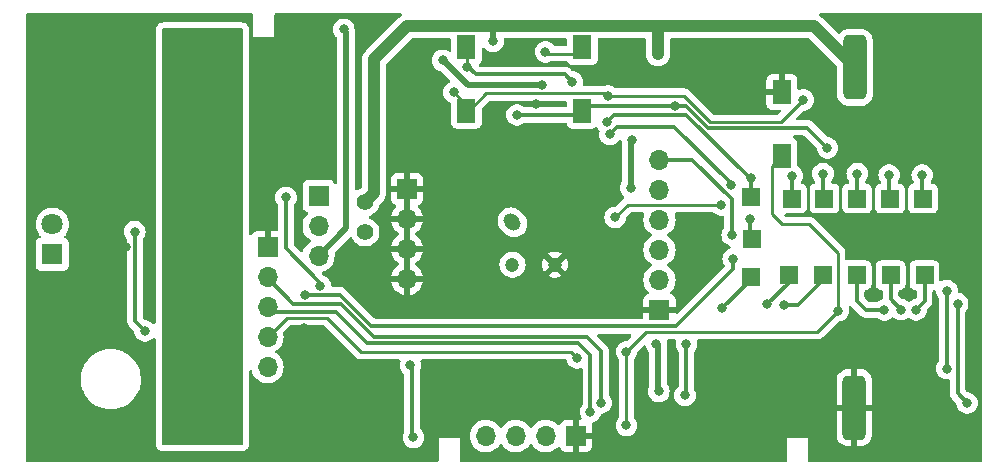
<source format=gbr>
%TF.GenerationSoftware,KiCad,Pcbnew,7.0.1*%
%TF.CreationDate,2023-06-12T22:14:20+07:00*%
%TF.ProjectId,Air Conditioner Energy Saver V7,41697220-436f-46e6-9469-74696f6e6572,rev?*%
%TF.SameCoordinates,Original*%
%TF.FileFunction,Copper,L2,Bot*%
%TF.FilePolarity,Positive*%
%FSLAX46Y46*%
G04 Gerber Fmt 4.6, Leading zero omitted, Abs format (unit mm)*
G04 Created by KiCad (PCBNEW 7.0.1) date 2023-06-12 22:14:20*
%MOMM*%
%LPD*%
G01*
G04 APERTURE LIST*
G04 Aperture macros list*
%AMRoundRect*
0 Rectangle with rounded corners*
0 $1 Rounding radius*
0 $2 $3 $4 $5 $6 $7 $8 $9 X,Y pos of 4 corners*
0 Add a 4 corners polygon primitive as box body*
4,1,4,$2,$3,$4,$5,$6,$7,$8,$9,$2,$3,0*
0 Add four circle primitives for the rounded corners*
1,1,$1+$1,$2,$3*
1,1,$1+$1,$4,$5*
1,1,$1+$1,$6,$7*
1,1,$1+$1,$8,$9*
0 Add four rect primitives between the rounded corners*
20,1,$1+$1,$2,$3,$4,$5,0*
20,1,$1+$1,$4,$5,$6,$7,0*
20,1,$1+$1,$6,$7,$8,$9,0*
20,1,$1+$1,$8,$9,$2,$3,0*%
%AMHorizOval*
0 Thick line with rounded ends*
0 $1 width*
0 $2 $3 position (X,Y) of the first rounded end (center of the circle)*
0 $4 $5 position (X,Y) of the second rounded end (center of the circle)*
0 Add line between two ends*
20,1,$1,$2,$3,$4,$5,0*
0 Add two circle primitives to create the rounded ends*
1,1,$1,$2,$3*
1,1,$1,$4,$5*%
G04 Aperture macros list end*
%TA.AperFunction,ComponentPad*%
%ADD10R,1.700000X1.700000*%
%TD*%
%TA.AperFunction,ComponentPad*%
%ADD11O,1.700000X1.700000*%
%TD*%
%TA.AperFunction,ComponentPad*%
%ADD12HorizOval,1.200000X0.141421X-0.141421X-0.141421X0.141421X0*%
%TD*%
%TA.AperFunction,ComponentPad*%
%ADD13HorizOval,1.200000X0.000000X0.000000X0.000000X0.000000X0*%
%TD*%
%TA.AperFunction,ComponentPad*%
%ADD14RoundRect,0.500000X-0.500000X2.250000X-0.500000X-2.250000X0.500000X-2.250000X0.500000X2.250000X0*%
%TD*%
%TA.AperFunction,ComponentPad*%
%ADD15RoundRect,0.500000X0.500000X-2.250000X0.500000X2.250000X-0.500000X2.250000X-0.500000X-2.250000X0*%
%TD*%
%TA.AperFunction,SMDPad,CuDef*%
%ADD16R,1.500000X1.500000*%
%TD*%
%TA.AperFunction,SMDPad,CuDef*%
%ADD17R,1.600000X2.000000*%
%TD*%
%TA.AperFunction,ComponentPad*%
%ADD18C,1.400000*%
%TD*%
%TA.AperFunction,ComponentPad*%
%ADD19R,1.800000X1.800000*%
%TD*%
%TA.AperFunction,ComponentPad*%
%ADD20C,1.800000*%
%TD*%
%TA.AperFunction,ViaPad*%
%ADD21C,0.800000*%
%TD*%
%TA.AperFunction,Conductor*%
%ADD22C,0.500000*%
%TD*%
%TA.AperFunction,Conductor*%
%ADD23C,0.254000*%
%TD*%
%TA.AperFunction,Conductor*%
%ADD24C,0.300000*%
%TD*%
%TA.AperFunction,Conductor*%
%ADD25C,0.250000*%
%TD*%
%TA.AperFunction,Conductor*%
%ADD26C,1.000000*%
%TD*%
G04 APERTURE END LIST*
D10*
%TO.P,J2,1,Pin_1*%
%TO.N,GND*%
X152654000Y-98425000D03*
D11*
%TO.P,J2,2,Pin_2*%
%TO.N,Net-(J2-Pad2)*%
X152654000Y-95885000D03*
%TO.P,J2,3,Pin_3*%
%TO.N,Net-(J2-Pad3)*%
X152654000Y-93345000D03*
%TO.P,J2,4,Pin_4*%
%TO.N,Net-(J2-Pad4)*%
X152654000Y-90805000D03*
%TO.P,J2,5,Pin_5*%
%TO.N,Net-(J2-Pad5)*%
X152654000Y-88265000D03*
%TO.P,J2,6,Pin_6*%
%TO.N,Net-(J2-Pad6)*%
X152654000Y-85725000D03*
%TD*%
D12*
%TO.P,U2,1,D*%
%TO.N,/OP_VCC*%
X140203949Y-91003949D03*
D13*
%TO.P,U2,2,S*%
%TO.N,Net-(R7-Pad1)*%
X140203949Y-94596051D03*
%TO.P,U2,3,G*%
%TO.N,GND*%
X143796051Y-94596051D03*
%TD*%
D14*
%TO.P,BT2,1,+*%
%TO.N,Net-(BT1-Pad2)*%
X114100000Y-106700000D03*
%TO.P,BT2,2,-*%
%TO.N,GND*%
X169150000Y-106700000D03*
%TD*%
D15*
%TO.P,BT1,1,+*%
%TO.N,+3V0*%
X169200000Y-77900000D03*
%TO.P,BT1,2,-*%
%TO.N,Net-(BT1-Pad2)*%
X114150000Y-77900000D03*
%TD*%
D16*
%TO.P,P17,1,1*%
%TO.N,Net-(P17-Pad1)*%
X166475000Y-95500000D03*
%TD*%
D17*
%TO.P,SW1,1,1*%
%TO.N,/SW1*%
X146113000Y-81567000D03*
%TO.P,SW1,2,2*%
%TO.N,Net-(R22-Pad1)*%
X146113000Y-76167000D03*
%TD*%
D16*
%TO.P,P31,1,1*%
%TO.N,Net-(P31-Pad1)*%
X163850000Y-89000000D03*
%TD*%
D10*
%TO.P,JP1,1,A*%
%TO.N,+1V8*%
X123793000Y-88773000D03*
D11*
%TO.P,JP1,2,C*%
%TO.N,Net-(JP1-Pad2)*%
X123793000Y-91313000D03*
%TO.P,JP1,3,B*%
%TO.N,/DEC4*%
X123793000Y-93853000D03*
%TD*%
D16*
%TO.P,P26,1,1*%
%TO.N,Net-(P26-Pad1)*%
X172175000Y-89000000D03*
%TD*%
D10*
%TO.P,J4,1,Pin_1*%
%TO.N,GND*%
X131286000Y-88186000D03*
D11*
%TO.P,J4,2,Pin_2*%
X131286000Y-90726000D03*
%TO.P,J4,3,Pin_3*%
X131286000Y-93266000D03*
%TO.P,J4,4,Pin_4*%
X131286000Y-95806000D03*
%TD*%
D16*
%TO.P,P22,1,1*%
%TO.N,Net-(P22-Pad1)*%
X169350000Y-95500000D03*
%TD*%
%TO.P,P25,1,1*%
%TO.N,Net-(P25-Pad1)*%
X174950000Y-89000000D03*
%TD*%
D17*
%TO.P,SW2,1,1*%
%TO.N,/SW2*%
X136313000Y-81567000D03*
%TO.P,SW2,2,2*%
%TO.N,Net-(R19-Pad1)*%
X136313000Y-76167000D03*
%TD*%
D10*
%TO.P,J1,1,Pin_1*%
%TO.N,GND*%
X119475000Y-93096000D03*
D11*
%TO.P,J1,2,Pin_2*%
%TO.N,/SWCLK*%
X119475000Y-95636000D03*
%TO.P,J1,3,Pin_3*%
%TO.N,/SWDIO*%
X119475000Y-98176000D03*
%TO.P,J1,4,Pin_4*%
%TO.N,/RESET*%
X119475000Y-100716000D03*
%TO.P,J1,5,Pin_5*%
%TO.N,+3V0*%
X119475000Y-103256000D03*
%TD*%
D10*
%TO.P,J5,1,Pin_1*%
%TO.N,GND*%
X145580000Y-109100000D03*
D11*
%TO.P,J5,2,Pin_2*%
%TO.N,/TX*%
X143040000Y-109100000D03*
%TO.P,J5,3,Pin_3*%
%TO.N,/RX*%
X140500000Y-109100000D03*
%TO.P,J5,4,Pin_4*%
%TO.N,+3V0*%
X137960000Y-109100000D03*
%TD*%
D16*
%TO.P,P3,1,1*%
%TO.N,Net-(P3-Pad1)*%
X160500000Y-92400000D03*
%TD*%
%TO.P,P2,1,1*%
%TO.N,/DRV_IR*%
X160400000Y-88900000D03*
%TD*%
%TO.P,P16,1,1*%
%TO.N,Net-(P16-Pad1)*%
X163600000Y-95500000D03*
%TD*%
%TO.P,P29,1,1*%
%TO.N,Net-(P29-Pad1)*%
X166625000Y-89000000D03*
%TD*%
%TO.P,P13,1,1*%
%TO.N,Net-(P13-Pad1)*%
X160400000Y-95650000D03*
%TD*%
%TO.P,P23,1,1*%
%TO.N,Net-(P23-Pad1)*%
X172225000Y-95500000D03*
%TD*%
D17*
%TO.P,RST2,1,1*%
%TO.N,GND*%
X163020000Y-79977000D03*
%TO.P,RST2,2,2*%
%TO.N,/RESET*%
X163020000Y-85377000D03*
%TD*%
D18*
%TO.P,JP2,1,A*%
%TO.N,+3V0*%
X127730000Y-89301000D03*
%TO.P,JP2,2,B*%
%TO.N,Net-(C19-Pad1)*%
X127730000Y-91841000D03*
%TD*%
D19*
%TO.P,D1,1,K*%
%TO.N,Net-(D1-Pad1)*%
X101254000Y-93731000D03*
D20*
%TO.P,D1,2,A*%
%TO.N,Net-(D1-Pad2)*%
X101254000Y-91191000D03*
%TD*%
D16*
%TO.P,P27,1,1*%
%TO.N,Net-(P27-Pad1)*%
X169400000Y-89000000D03*
%TD*%
%TO.P,P24,1,1*%
%TO.N,Net-(P24-Pad1)*%
X175100000Y-95500000D03*
%TD*%
D21*
%TO.N,GND*%
X162800000Y-107600000D03*
X144526000Y-86487000D03*
X175300000Y-79500000D03*
X172212000Y-109474000D03*
X104200000Y-82400000D03*
X178300000Y-75600000D03*
X118800000Y-77300000D03*
X177292000Y-86360000D03*
X166100000Y-78600000D03*
X141097000Y-103632000D03*
X150368000Y-109982000D03*
X103400000Y-98300000D03*
X127635000Y-75946000D03*
X135763000Y-90805000D03*
X142240000Y-81026000D03*
X105500000Y-98600000D03*
X133700000Y-85900000D03*
X100584000Y-108458000D03*
X107500000Y-85100000D03*
X158200000Y-77900000D03*
X118618000Y-109982000D03*
X122555000Y-99949000D03*
X100584000Y-103358000D03*
X106807000Y-108839000D03*
X148209000Y-77216000D03*
X134620000Y-81788000D03*
X107500000Y-93100000D03*
X154500000Y-77400000D03*
X146812000Y-96139000D03*
X178300000Y-78400000D03*
X100884000Y-99558000D03*
X151003000Y-78867000D03*
X121285000Y-83693000D03*
X131953000Y-76200000D03*
X109474000Y-97663000D03*
X135900000Y-106100000D03*
X177292000Y-92710000D03*
X105300000Y-90500000D03*
X107500000Y-82800000D03*
X128524000Y-97790000D03*
X109601000Y-92964000D03*
X102500000Y-100900000D03*
X178100000Y-79900000D03*
X102400000Y-105900000D03*
X122400000Y-75100000D03*
X122174000Y-86868000D03*
X175006000Y-102616000D03*
%TO.N,Net-(C2-Pad1)*%
X142748000Y-79375000D03*
X134300000Y-77300000D03*
%TO.N,/PIR*%
X148900000Y-90600000D03*
X157861000Y-89535000D03*
%TO.N,/OP_VCC*%
X123952000Y-96393000D03*
X131826000Y-109220000D03*
X131572000Y-103124000D03*
X121031000Y-88900000D03*
%TO.N,/RESET*%
X167800000Y-98500000D03*
X149860000Y-108204000D03*
X149860000Y-101981000D03*
X145669000Y-102489000D03*
%TO.N,/SWCLK*%
X147701000Y-106299000D03*
%TO.N,/SWDIO*%
X146812000Y-107061000D03*
%TO.N,/IR1*%
X158900000Y-94100000D03*
X122682000Y-97155000D03*
%TO.N,/LED_B*%
X154813000Y-105664000D03*
X154940000Y-101346000D03*
%TO.N,/LED_G*%
X177000000Y-96800000D03*
X177000000Y-103400000D03*
%TO.N,/LED_R*%
X177900000Y-97900000D03*
X178700000Y-106300000D03*
%TO.N,Net-(R19-Pad1)*%
X145288000Y-79121000D03*
X136398000Y-77851000D03*
%TO.N,Net-(R22-Pad1)*%
X143002000Y-76581000D03*
%TO.N,/SW2*%
X148300000Y-80300000D03*
X135255000Y-80010000D03*
X164846000Y-80645000D03*
%TO.N,/SW1*%
X153947576Y-81165500D03*
X140589000Y-81915000D03*
X166878000Y-84709000D03*
%TO.N,/IR_IN*%
X158700000Y-87884000D03*
X148463000Y-83566000D03*
%TO.N,+3V0*%
X152527000Y-76800000D03*
X150200000Y-88100000D03*
X128494812Y-78964812D03*
X108225000Y-91800000D03*
X138557000Y-75692000D03*
X150368000Y-84074000D03*
X152600000Y-105337000D03*
X152400000Y-101346000D03*
X109093000Y-100203000D03*
%TO.N,/DEC4*%
X125924000Y-74676000D03*
%TO.N,Net-(J2-Pad6)*%
X158800000Y-92100000D03*
%TO.N,Net-(P3-Pad1)*%
X160300000Y-90700000D03*
%TO.N,Net-(P13-Pad1)*%
X157988000Y-98298000D03*
%TO.N,Net-(P16-Pad1)*%
X161798000Y-97949020D03*
%TO.N,Net-(P17-Pad1)*%
X163195000Y-98044000D03*
%TO.N,/DRV_IR*%
X160400000Y-87300000D03*
X148209000Y-82550000D03*
%TO.N,Net-(P23-Pad1)*%
X173101000Y-98400000D03*
%TO.N,Net-(P24-Pad1)*%
X174371000Y-98425000D03*
%TO.N,Net-(P25-Pad1)*%
X174900000Y-87000000D03*
%TO.N,Net-(P26-Pad1)*%
X172100000Y-87000000D03*
%TO.N,Net-(P27-Pad1)*%
X169400000Y-86900000D03*
%TO.N,Net-(P29-Pad1)*%
X166500000Y-86900000D03*
%TO.N,Net-(P31-Pad1)*%
X163900000Y-87100000D03*
%TO.N,Net-(P22-Pad1)*%
X171704000Y-98425000D03*
%TD*%
D22*
%TO.N,Net-(C2-Pad1)*%
X142723000Y-79400000D02*
X136400000Y-79400000D01*
X142748000Y-79375000D02*
X142723000Y-79400000D01*
X136400000Y-79400000D02*
X134300000Y-77300000D01*
D23*
%TO.N,/PIR*%
X149965000Y-89535000D02*
X157861000Y-89535000D01*
X148900000Y-90600000D02*
X149965000Y-89535000D01*
D24*
%TO.N,/OP_VCC*%
X123952000Y-96139000D02*
X123952000Y-96393000D01*
X131699000Y-109093000D02*
X131699000Y-103251000D01*
X121031000Y-93218000D02*
X123952000Y-96139000D01*
X131699000Y-103251000D02*
X131572000Y-103124000D01*
X131826000Y-109220000D02*
X131699000Y-109093000D01*
X121031000Y-88900000D02*
X121031000Y-93218000D01*
D23*
%TO.N,/RESET*%
X127381000Y-101981000D02*
X124495489Y-99095489D01*
X167767000Y-93599000D02*
X165354000Y-91186000D01*
X121095511Y-99095489D02*
X119475000Y-100716000D01*
X167800000Y-98500000D02*
X167767000Y-98467000D01*
X149860000Y-101981000D02*
X151542480Y-100298520D01*
X124495489Y-99095489D02*
X121095511Y-99095489D01*
X167767000Y-98467000D02*
X167767000Y-93599000D01*
X166001480Y-100298520D02*
X167800000Y-98500000D01*
X163068000Y-91186000D02*
X162179000Y-90297000D01*
X162179000Y-90297000D02*
X162179000Y-86218000D01*
X145669000Y-102489000D02*
X145161000Y-101981000D01*
X165354000Y-91186000D02*
X163068000Y-91186000D01*
X149860000Y-108204000D02*
X149860000Y-101981000D01*
X151542480Y-100298520D02*
X166001480Y-100298520D01*
X145161000Y-101981000D02*
X127381000Y-101981000D01*
X162179000Y-86218000D02*
X163020000Y-85377000D01*
D24*
%TO.N,/SWCLK*%
X119475000Y-95636000D02*
X119475000Y-95726000D01*
X146508998Y-100711000D02*
X147701000Y-101903002D01*
X121666000Y-97917000D02*
X125658572Y-97917000D01*
X125658572Y-97917000D02*
X128452572Y-100711000D01*
X147701000Y-101903002D02*
X147701000Y-106299000D01*
X119475000Y-95726000D02*
X121666000Y-97917000D01*
X128452572Y-100711000D02*
X146508998Y-100711000D01*
%TO.N,/SWDIO*%
X146812000Y-102226520D02*
X145796000Y-101210520D01*
X145796000Y-101210520D02*
X133612480Y-101210520D01*
X125288969Y-98618969D02*
X119917969Y-98618969D01*
X146812000Y-107061000D02*
X146812000Y-102226520D01*
X127889000Y-101219000D02*
X125288969Y-98618969D01*
X133612480Y-101210520D02*
X133604000Y-101219000D01*
X133604000Y-101219000D02*
X127889000Y-101219000D01*
X119917969Y-98618969D02*
X119475000Y-98176000D01*
%TO.N,/IR1*%
X158900000Y-94973000D02*
X158900000Y-94100000D01*
X122682000Y-97155000D02*
X125603000Y-97155000D01*
X125603000Y-97155000D02*
X128270000Y-99822000D01*
X128270000Y-99822000D02*
X154051000Y-99822000D01*
X154051000Y-99822000D02*
X158900000Y-94973000D01*
%TO.N,/LED_B*%
X154940000Y-105537000D02*
X154813000Y-105664000D01*
X154940000Y-101346000D02*
X154940000Y-105537000D01*
%TO.N,/LED_G*%
X177000000Y-96800000D02*
X177000000Y-103400000D01*
%TO.N,/LED_R*%
X177900000Y-97900000D02*
X177900000Y-105500000D01*
X177900000Y-105500000D02*
X178700000Y-106300000D01*
%TO.N,Net-(R19-Pad1)*%
X136451000Y-77851000D02*
X136398000Y-77851000D01*
X144653000Y-78486000D02*
X137086000Y-78486000D01*
X137086000Y-78486000D02*
X136451000Y-77851000D01*
X145288000Y-79121000D02*
X144653000Y-78486000D01*
D25*
X136398000Y-76252000D02*
X136313000Y-76167000D01*
X136398000Y-77851000D02*
X136398000Y-76252000D01*
%TO.N,Net-(R22-Pad1)*%
X143170500Y-76749500D02*
X145530500Y-76749500D01*
X143002000Y-76581000D02*
X143170500Y-76749500D01*
X145530500Y-76749500D02*
X146113000Y-76167000D01*
%TO.N,/SW2*%
X136402500Y-81656500D02*
X137959000Y-80100000D01*
X154700000Y-80300000D02*
X148300000Y-80300000D01*
X135255000Y-80010000D02*
X136313000Y-81068000D01*
X148100000Y-80100000D02*
X148300000Y-80300000D01*
X162965520Y-82525480D02*
X156925480Y-82525480D01*
X136313000Y-81068000D02*
X136313000Y-81567000D01*
X156925480Y-82525480D02*
X154700000Y-80300000D01*
X164846000Y-80645000D02*
X162965520Y-82525480D01*
X137959000Y-80100000D02*
X148100000Y-80100000D01*
X136313000Y-81567000D02*
X136402500Y-81656500D01*
D24*
%TO.N,/SW1*%
X159200000Y-83000000D02*
X165169000Y-83000000D01*
X156728927Y-82999999D02*
X159200000Y-83000000D01*
X140589000Y-81915000D02*
X145765000Y-81915000D01*
X154881928Y-81153000D02*
X156728927Y-82999999D01*
X145765000Y-81915000D02*
X146527000Y-81153000D01*
X146527000Y-81153000D02*
X154881928Y-81153000D01*
X165169000Y-83000000D02*
X166878000Y-84709000D01*
%TO.N,/IR_IN*%
X149098000Y-82931000D02*
X148463000Y-83566000D01*
X158700000Y-87707000D02*
X153924000Y-82931000D01*
X153924000Y-82931000D02*
X149098000Y-82931000D01*
X158700000Y-87884000D02*
X158700000Y-87707000D01*
%TO.N,+3V0*%
X108249511Y-91824511D02*
X108225000Y-91800000D01*
D26*
X165700000Y-74400000D02*
X152300000Y-74400000D01*
X128500000Y-88531000D02*
X127730000Y-89301000D01*
X131300978Y-74400000D02*
X138579000Y-74400000D01*
X152527000Y-74627000D02*
X152527000Y-76800000D01*
X152300000Y-74400000D02*
X152527000Y-74627000D01*
X128500000Y-82169000D02*
X128500000Y-88531000D01*
D24*
X109093000Y-100203000D02*
X108249511Y-99359511D01*
D22*
X152527000Y-105264000D02*
X152600000Y-105337000D01*
D24*
X108249511Y-99359511D02*
X108249511Y-91824511D01*
D26*
X128500000Y-82169000D02*
X128500000Y-77200978D01*
D22*
X150368000Y-84074000D02*
X150200000Y-84242000D01*
D26*
X128500000Y-77200978D02*
X131300978Y-74400000D01*
X138579000Y-74400000D02*
X152300000Y-74400000D01*
X169200000Y-77900000D02*
X165700000Y-74400000D01*
D22*
X152527000Y-101473000D02*
X152527000Y-105264000D01*
X150200000Y-84242000D02*
X150200000Y-88100000D01*
X152400000Y-101346000D02*
X152527000Y-101473000D01*
X138557000Y-74422000D02*
X138579000Y-74400000D01*
X138557000Y-75692000D02*
X138557000Y-74422000D01*
%TO.N,/DEC4*%
X126111000Y-74863000D02*
X125924000Y-74676000D01*
X123793000Y-93853000D02*
X126111000Y-91535000D01*
X126111000Y-91535000D02*
X126111000Y-74863000D01*
D24*
%TO.N,Net-(J2-Pad6)*%
X155448000Y-85725000D02*
X158800000Y-89077000D01*
X152654000Y-85725000D02*
X155448000Y-85725000D01*
X158800000Y-89077000D02*
X158800000Y-92100000D01*
%TO.N,Net-(P3-Pad1)*%
X160300000Y-90700000D02*
X160300000Y-92200000D01*
X160300000Y-92200000D02*
X160400000Y-92300000D01*
%TO.N,Net-(P13-Pad1)*%
X157988000Y-98298000D02*
X160400000Y-95886000D01*
X160400000Y-95886000D02*
X160400000Y-95650000D01*
%TO.N,Net-(P16-Pad1)*%
X163600000Y-96147020D02*
X163600000Y-95500000D01*
X161798000Y-97949020D02*
X163600000Y-96147020D01*
%TO.N,Net-(P17-Pad1)*%
X163195000Y-98044000D02*
X164356000Y-98044000D01*
X166475000Y-95925000D02*
X166475000Y-95500000D01*
X164356000Y-98044000D02*
X166475000Y-95925000D01*
%TO.N,/DRV_IR*%
X154937500Y-81915000D02*
X160322500Y-87300000D01*
X160322500Y-87300000D02*
X160400000Y-87300000D01*
X148844000Y-81915000D02*
X154937500Y-81915000D01*
X148209000Y-82550000D02*
X148844000Y-81915000D01*
X160400000Y-87300000D02*
X160400000Y-88950000D01*
%TO.N,Net-(P23-Pad1)*%
X173101000Y-98400000D02*
X172225000Y-97524000D01*
X172225000Y-97524000D02*
X172225000Y-95500000D01*
%TO.N,Net-(P24-Pad1)*%
X175100000Y-97696000D02*
X175100000Y-95500000D01*
X174371000Y-98425000D02*
X175100000Y-97696000D01*
%TO.N,Net-(P25-Pad1)*%
X174900000Y-87000000D02*
X174900000Y-88950000D01*
X174900000Y-88950000D02*
X174950000Y-89000000D01*
%TO.N,Net-(P26-Pad1)*%
X172100000Y-87000000D02*
X172100000Y-88925000D01*
X172100000Y-88925000D02*
X172175000Y-89000000D01*
%TO.N,Net-(P27-Pad1)*%
X169400000Y-86900000D02*
X169400000Y-89000000D01*
%TO.N,Net-(P29-Pad1)*%
X166500000Y-88875000D02*
X166625000Y-89000000D01*
X166500000Y-86900000D02*
X166500000Y-88875000D01*
%TO.N,Net-(P31-Pad1)*%
X163900000Y-88950000D02*
X163850000Y-89000000D01*
X163900000Y-87100000D02*
X163900000Y-88950000D01*
%TO.N,Net-(P22-Pad1)*%
X169350000Y-97650000D02*
X169350000Y-95500000D01*
X170125000Y-98425000D02*
X169350000Y-97650000D01*
X171704000Y-98425000D02*
X170125000Y-98425000D01*
%TD*%
%TA.AperFunction,Conductor*%
%TO.N,GND*%
G36*
X118186500Y-73317381D02*
G01*
X118232619Y-73363500D01*
X118249500Y-73426500D01*
X118249500Y-75274842D01*
X118249459Y-75275048D01*
X118249459Y-75300000D01*
X118249500Y-75300099D01*
X118249617Y-75300383D01*
X118250000Y-75300541D01*
X118250002Y-75300539D01*
X118275014Y-75300524D01*
X118275014Y-75300528D01*
X118275158Y-75300500D01*
X120024842Y-75300500D01*
X120024985Y-75300528D01*
X120024986Y-75300524D01*
X120049997Y-75300539D01*
X120050000Y-75300541D01*
X120050383Y-75300383D01*
X120050500Y-75300099D01*
X120050541Y-75300000D01*
X120050541Y-75275048D01*
X120050500Y-75274842D01*
X120050500Y-73426500D01*
X120067381Y-73363500D01*
X120113500Y-73317381D01*
X120176500Y-73300500D01*
X130715589Y-73300500D01*
X130779302Y-73317795D01*
X130825524Y-73364934D01*
X130841565Y-73428974D01*
X130823022Y-73492335D01*
X130774985Y-73537622D01*
X130737974Y-73557404D01*
X130584408Y-73683433D01*
X130556743Y-73717142D01*
X130548441Y-73726301D01*
X127826301Y-76448441D01*
X127817142Y-76456743D01*
X127783431Y-76484410D01*
X127657405Y-76637973D01*
X127590548Y-76763056D01*
X127590546Y-76763057D01*
X127563758Y-76813175D01*
X127506090Y-77003276D01*
X127486619Y-77200976D01*
X127490893Y-77244364D01*
X127491500Y-77256715D01*
X127491500Y-88017092D01*
X127479695Y-88070342D01*
X127446492Y-88113613D01*
X127398115Y-88138797D01*
X127315090Y-88161044D01*
X127315087Y-88161045D01*
X127315088Y-88161045D01*
X127123437Y-88250413D01*
X127067770Y-88289392D01*
X127003741Y-88311909D01*
X126937320Y-88297942D01*
X126887781Y-88251544D01*
X126869500Y-88186179D01*
X126869500Y-74927442D01*
X126870830Y-74909182D01*
X126871648Y-74903595D01*
X126874341Y-74885211D01*
X126869979Y-74835353D01*
X126869500Y-74824372D01*
X126869500Y-74818824D01*
X126869500Y-74818820D01*
X126865860Y-74787684D01*
X126865496Y-74784123D01*
X126858887Y-74708574D01*
X126858885Y-74708569D01*
X126858770Y-74707250D01*
X126854535Y-74688142D01*
X126854079Y-74686890D01*
X126854079Y-74686887D01*
X126837672Y-74641810D01*
X126830766Y-74611893D01*
X126817542Y-74486072D01*
X126758527Y-74304444D01*
X126758527Y-74304443D01*
X126663041Y-74139057D01*
X126535252Y-73997133D01*
X126380753Y-73884883D01*
X126380752Y-73884882D01*
X126206288Y-73807206D01*
X126019487Y-73767500D01*
X125828513Y-73767500D01*
X125703978Y-73793970D01*
X125641711Y-73807206D01*
X125467246Y-73884883D01*
X125312747Y-73997133D01*
X125184958Y-74139057D01*
X125089472Y-74304443D01*
X125030458Y-74486070D01*
X125019209Y-74593097D01*
X125010496Y-74676000D01*
X125014465Y-74713759D01*
X125030458Y-74865929D01*
X125089472Y-75047556D01*
X125184958Y-75212942D01*
X125184960Y-75212944D01*
X125263689Y-75300382D01*
X125320136Y-75363072D01*
X125344131Y-75402229D01*
X125352500Y-75447383D01*
X125352500Y-87671787D01*
X125333460Y-87738387D01*
X125282094Y-87784859D01*
X125213926Y-87797158D01*
X125149558Y-87771567D01*
X125108444Y-87715819D01*
X125095790Y-87681893D01*
X125093889Y-87676796D01*
X125093888Y-87676794D01*
X125006261Y-87559738D01*
X124889205Y-87472111D01*
X124820702Y-87446561D01*
X124752201Y-87421011D01*
X124691638Y-87414500D01*
X122894362Y-87414500D01*
X122833799Y-87421011D01*
X122696794Y-87472111D01*
X122579738Y-87559738D01*
X122492111Y-87676794D01*
X122466679Y-87744981D01*
X122441011Y-87813799D01*
X122434500Y-87874362D01*
X122434500Y-89671638D01*
X122441011Y-89732201D01*
X122453022Y-89764403D01*
X122492111Y-89869205D01*
X122579738Y-89986261D01*
X122696794Y-90073888D01*
X122696795Y-90073888D01*
X122696796Y-90073889D01*
X122811809Y-90116787D01*
X122862140Y-90151348D01*
X122890315Y-90205519D01*
X122889712Y-90266574D01*
X122860475Y-90320178D01*
X122717281Y-90475728D01*
X122717279Y-90475730D01*
X122717278Y-90475732D01*
X122699413Y-90503077D01*
X122594139Y-90664209D01*
X122503702Y-90870388D01*
X122452760Y-91071556D01*
X122448436Y-91088632D01*
X122429844Y-91313000D01*
X122448436Y-91537368D01*
X122448436Y-91537371D01*
X122448437Y-91537372D01*
X122503702Y-91755611D01*
X122594139Y-91961790D01*
X122717278Y-92150268D01*
X122869762Y-92315908D01*
X123047418Y-92454185D01*
X123047420Y-92454186D01*
X123047424Y-92454189D01*
X123080682Y-92472187D01*
X123128952Y-92518503D01*
X123146711Y-92583000D01*
X123128952Y-92647497D01*
X123080682Y-92693812D01*
X123055794Y-92707281D01*
X123047418Y-92711814D01*
X122869762Y-92850091D01*
X122717278Y-93015731D01*
X122594139Y-93204209D01*
X122503702Y-93410388D01*
X122487608Y-93473945D01*
X122455475Y-93531184D01*
X122398913Y-93564493D01*
X122333272Y-93564832D01*
X122276369Y-93532109D01*
X121726405Y-92982145D01*
X121699091Y-92941268D01*
X121689500Y-92893050D01*
X121689500Y-89574759D01*
X121697869Y-89529604D01*
X121721862Y-89490451D01*
X121770040Y-89436944D01*
X121865527Y-89271556D01*
X121924542Y-89089928D01*
X121944504Y-88900000D01*
X121924542Y-88710072D01*
X121883670Y-88584281D01*
X121865527Y-88528443D01*
X121770041Y-88363057D01*
X121642252Y-88221133D01*
X121528929Y-88138799D01*
X121487752Y-88108882D01*
X121313288Y-88031206D01*
X121126487Y-87991500D01*
X120935513Y-87991500D01*
X120815113Y-88017092D01*
X120748711Y-88031206D01*
X120574246Y-88108883D01*
X120419747Y-88221133D01*
X120291958Y-88363057D01*
X120196472Y-88528443D01*
X120137458Y-88710070D01*
X120117496Y-88899999D01*
X120137458Y-89089929D01*
X120196472Y-89271556D01*
X120291958Y-89436942D01*
X120291960Y-89436944D01*
X120340137Y-89490451D01*
X120364131Y-89529604D01*
X120372500Y-89574759D01*
X120372500Y-91612000D01*
X120355619Y-91675000D01*
X120309500Y-91721119D01*
X120246500Y-91738000D01*
X119729000Y-91738000D01*
X119729000Y-93224000D01*
X119712119Y-93287000D01*
X119666000Y-93333119D01*
X119603000Y-93350000D01*
X119347000Y-93350000D01*
X119284000Y-93333119D01*
X119237881Y-93287000D01*
X119221000Y-93224000D01*
X119221000Y-91738000D01*
X118576411Y-91738000D01*
X118515906Y-91744505D01*
X118379037Y-91795554D01*
X118262095Y-91883095D01*
X118174554Y-92000037D01*
X118157556Y-92045612D01*
X118116442Y-92101360D01*
X118052074Y-92126951D01*
X117983906Y-92114652D01*
X117932540Y-92068180D01*
X117913500Y-92001580D01*
X117913500Y-74726000D01*
X117906917Y-74675999D01*
X117896003Y-74593095D01*
X117879122Y-74530095D01*
X117827823Y-74406249D01*
X117746218Y-74299901D01*
X117746217Y-74299900D01*
X117746214Y-74299896D01*
X117700103Y-74253785D01*
X117593750Y-74172176D01*
X117469906Y-74120878D01*
X117406902Y-74103996D01*
X117274000Y-74086500D01*
X110626000Y-74086500D01*
X110493097Y-74103996D01*
X110430093Y-74120878D01*
X110306249Y-74172176D01*
X110199896Y-74253785D01*
X110153785Y-74299896D01*
X110072176Y-74406249D01*
X110020878Y-74530093D01*
X110003996Y-74593097D01*
X109986500Y-74726000D01*
X109986500Y-92819394D01*
X109987203Y-92846276D01*
X109987891Y-92859401D01*
X109987893Y-92859433D01*
X109989299Y-92877305D01*
X109990004Y-92886258D01*
X109996791Y-92950831D01*
X109996791Y-92977169D01*
X109990004Y-93041741D01*
X109987891Y-93068598D01*
X109987203Y-93081723D01*
X109986500Y-93108606D01*
X109986500Y-99509360D01*
X109972162Y-99567735D01*
X109932410Y-99612825D01*
X109876292Y-99634366D01*
X109816580Y-99627457D01*
X109766864Y-99593670D01*
X109704254Y-99524135D01*
X109626520Y-99467658D01*
X109549752Y-99411882D01*
X109375288Y-99334206D01*
X109188487Y-99294500D01*
X109188485Y-99294500D01*
X109167950Y-99294500D01*
X109119732Y-99284909D01*
X109078855Y-99257595D01*
X108944916Y-99123656D01*
X108917602Y-99082779D01*
X108908011Y-99034561D01*
X108908011Y-92447538D01*
X108916380Y-92402384D01*
X108940375Y-92363228D01*
X108964039Y-92336945D01*
X108966781Y-92332197D01*
X109059527Y-92171556D01*
X109118542Y-91989928D01*
X109138504Y-91800000D01*
X109118542Y-91610072D01*
X109085539Y-91508500D01*
X109059527Y-91428443D01*
X108964041Y-91263057D01*
X108850488Y-91136944D01*
X108836253Y-91121134D01*
X108681752Y-91008882D01*
X108507288Y-90931206D01*
X108320487Y-90891500D01*
X108129513Y-90891500D01*
X108004979Y-90917970D01*
X107942711Y-90931206D01*
X107768246Y-91008883D01*
X107613747Y-91121133D01*
X107485958Y-91263057D01*
X107390472Y-91428443D01*
X107331458Y-91610070D01*
X107311496Y-91800000D01*
X107331458Y-91989929D01*
X107390472Y-92171556D01*
X107485958Y-92336942D01*
X107485960Y-92336944D01*
X107558649Y-92417673D01*
X107582642Y-92456826D01*
X107591011Y-92501981D01*
X107591011Y-99272900D01*
X107588639Y-99294385D01*
X107590949Y-99367880D01*
X107591011Y-99371838D01*
X107591011Y-99400947D01*
X107591566Y-99405343D01*
X107592497Y-99417167D01*
X107593948Y-99463342D01*
X107599932Y-99483938D01*
X107603940Y-99503293D01*
X107606628Y-99524572D01*
X107623635Y-99567528D01*
X107627478Y-99578755D01*
X107640365Y-99623111D01*
X107651281Y-99641569D01*
X107659978Y-99659321D01*
X107667875Y-99679267D01*
X107695025Y-99716634D01*
X107701544Y-99726557D01*
X107725060Y-99766321D01*
X107740221Y-99781482D01*
X107753061Y-99796515D01*
X107765668Y-99813866D01*
X107801262Y-99843312D01*
X107810042Y-99851302D01*
X108150030Y-100191290D01*
X108174661Y-100226140D01*
X108186245Y-100267214D01*
X108199458Y-100392929D01*
X108258472Y-100574556D01*
X108353958Y-100739942D01*
X108461914Y-100859839D01*
X108481747Y-100881866D01*
X108636248Y-100994118D01*
X108810712Y-101071794D01*
X108997513Y-101111500D01*
X109188485Y-101111500D01*
X109188487Y-101111500D01*
X109375288Y-101071794D01*
X109549752Y-100994118D01*
X109704253Y-100881866D01*
X109740714Y-100841371D01*
X109766864Y-100812330D01*
X109816580Y-100778543D01*
X109876292Y-100771634D01*
X109932410Y-100793175D01*
X109972162Y-100838265D01*
X109986500Y-100896640D01*
X109986500Y-109774000D01*
X110003996Y-109906902D01*
X110020878Y-109969906D01*
X110072176Y-110093750D01*
X110153785Y-110200103D01*
X110199896Y-110246214D01*
X110199900Y-110246217D01*
X110199901Y-110246218D01*
X110306249Y-110327823D01*
X110430095Y-110379122D01*
X110493095Y-110396003D01*
X110626000Y-110413500D01*
X117274000Y-110413500D01*
X117406905Y-110396003D01*
X117469905Y-110379122D01*
X117593751Y-110327823D01*
X117700099Y-110246218D01*
X117746218Y-110200099D01*
X117827823Y-110093751D01*
X117879122Y-109969905D01*
X117896003Y-109906905D01*
X117913500Y-109774000D01*
X117913500Y-103634536D01*
X117927871Y-103576099D01*
X117967704Y-103530992D01*
X118023915Y-103509504D01*
X118083680Y-103516536D01*
X118133368Y-103550484D01*
X118161644Y-103603605D01*
X118185702Y-103698611D01*
X118276139Y-103904790D01*
X118399278Y-104093268D01*
X118551762Y-104258908D01*
X118729421Y-104397187D01*
X118729424Y-104397189D01*
X118927426Y-104504342D01*
X119140365Y-104577444D01*
X119362431Y-104614500D01*
X119587566Y-104614500D01*
X119587569Y-104614500D01*
X119809635Y-104577444D01*
X120022574Y-104504342D01*
X120220576Y-104397189D01*
X120398240Y-104258906D01*
X120550722Y-104093268D01*
X120673860Y-103904791D01*
X120764296Y-103698616D01*
X120819564Y-103480368D01*
X120838156Y-103256000D01*
X120819564Y-103031632D01*
X120764296Y-102813384D01*
X120673860Y-102607209D01*
X120550722Y-102418732D01*
X120398240Y-102253094D01*
X120398239Y-102253093D01*
X120398237Y-102253091D01*
X120220578Y-102114812D01*
X120187317Y-102096812D01*
X120139046Y-102050495D01*
X120121288Y-101985997D01*
X120139049Y-101921499D01*
X120187317Y-101875187D01*
X120220576Y-101857189D01*
X120398240Y-101718906D01*
X120550722Y-101553268D01*
X120673860Y-101364791D01*
X120764296Y-101158616D01*
X120819564Y-100940368D01*
X120838156Y-100716000D01*
X120819564Y-100491632D01*
X120792388Y-100384318D01*
X120793053Y-100319940D01*
X120825435Y-100264295D01*
X121321839Y-99767893D01*
X121362717Y-99740580D01*
X121410935Y-99730989D01*
X124180067Y-99730989D01*
X124228285Y-99740580D01*
X124269161Y-99767893D01*
X125573060Y-101071793D01*
X126872184Y-102370917D01*
X126885298Y-102387285D01*
X126937265Y-102436085D01*
X126940106Y-102438839D01*
X126959906Y-102458639D01*
X126963131Y-102461141D01*
X126972150Y-102468844D01*
X127004494Y-102499217D01*
X127022325Y-102509020D01*
X127038849Y-102519874D01*
X127054933Y-102532350D01*
X127095674Y-102549980D01*
X127106313Y-102555193D01*
X127145192Y-102576567D01*
X127145194Y-102576567D01*
X127145197Y-102576569D01*
X127164912Y-102581630D01*
X127183614Y-102588034D01*
X127202292Y-102596117D01*
X127246114Y-102603057D01*
X127257741Y-102605465D01*
X127300717Y-102616500D01*
X127300718Y-102616500D01*
X127321066Y-102616500D01*
X127340775Y-102618050D01*
X127360879Y-102621235D01*
X127405055Y-102617059D01*
X127416914Y-102616500D01*
X130608220Y-102616500D01*
X130665423Y-102630233D01*
X130710156Y-102668439D01*
X130732669Y-102722789D01*
X130728053Y-102781436D01*
X130678458Y-102934070D01*
X130658496Y-103124000D01*
X130678458Y-103313929D01*
X130737472Y-103495556D01*
X130832958Y-103660942D01*
X130960747Y-103802866D01*
X130988561Y-103823074D01*
X131026767Y-103867807D01*
X131040500Y-103925010D01*
X131040500Y-108729765D01*
X131023619Y-108792765D01*
X130991472Y-108848443D01*
X130932458Y-109030070D01*
X130912496Y-109219999D01*
X130932458Y-109409929D01*
X130991472Y-109591556D01*
X131086958Y-109756942D01*
X131102317Y-109774000D01*
X131214747Y-109898866D01*
X131369248Y-110011118D01*
X131543712Y-110088794D01*
X131730513Y-110128500D01*
X131921485Y-110128500D01*
X131921487Y-110128500D01*
X132108288Y-110088794D01*
X132282752Y-110011118D01*
X132437253Y-109898866D01*
X132565040Y-109756944D01*
X132660527Y-109591556D01*
X132719542Y-109409928D01*
X132739504Y-109220000D01*
X132726892Y-109100000D01*
X136596844Y-109100000D01*
X136615436Y-109324368D01*
X136615436Y-109324371D01*
X136615437Y-109324372D01*
X136670702Y-109542611D01*
X136761139Y-109748790D01*
X136768109Y-109759458D01*
X136884278Y-109937268D01*
X136943707Y-110001825D01*
X137036762Y-110102908D01*
X137156317Y-110195962D01*
X137214424Y-110241189D01*
X137412426Y-110348342D01*
X137625365Y-110421444D01*
X137847431Y-110458500D01*
X138072566Y-110458500D01*
X138072569Y-110458500D01*
X138294635Y-110421444D01*
X138507574Y-110348342D01*
X138705576Y-110241189D01*
X138883240Y-110102906D01*
X139035722Y-109937268D01*
X139124518Y-109801354D01*
X139170031Y-109759458D01*
X139230000Y-109744272D01*
X139289969Y-109759458D01*
X139335481Y-109801354D01*
X139424278Y-109937268D01*
X139483707Y-110001825D01*
X139576762Y-110102908D01*
X139696317Y-110195962D01*
X139754424Y-110241189D01*
X139952426Y-110348342D01*
X140165365Y-110421444D01*
X140387431Y-110458500D01*
X140612566Y-110458500D01*
X140612569Y-110458500D01*
X140834635Y-110421444D01*
X141047574Y-110348342D01*
X141245576Y-110241189D01*
X141423240Y-110102906D01*
X141575722Y-109937268D01*
X141664518Y-109801354D01*
X141710031Y-109759458D01*
X141770000Y-109744272D01*
X141829969Y-109759458D01*
X141875481Y-109801354D01*
X141964278Y-109937268D01*
X142023707Y-110001825D01*
X142116762Y-110102908D01*
X142236317Y-110195962D01*
X142294424Y-110241189D01*
X142492426Y-110348342D01*
X142705365Y-110421444D01*
X142927431Y-110458500D01*
X143152566Y-110458500D01*
X143152569Y-110458500D01*
X143374635Y-110421444D01*
X143587574Y-110348342D01*
X143785576Y-110241189D01*
X143963240Y-110102906D01*
X144024627Y-110036222D01*
X144078096Y-110001825D01*
X144141557Y-109997914D01*
X144198849Y-110025490D01*
X144235381Y-110077529D01*
X144279554Y-110195963D01*
X144367095Y-110312904D01*
X144484037Y-110400445D01*
X144620906Y-110451494D01*
X144681411Y-110458000D01*
X145326000Y-110458000D01*
X145326000Y-109354000D01*
X145834000Y-109354000D01*
X145834000Y-110458000D01*
X146478589Y-110458000D01*
X146539093Y-110451494D01*
X146675962Y-110400445D01*
X146792904Y-110312904D01*
X146880445Y-110195962D01*
X146931494Y-110059093D01*
X146938000Y-109998589D01*
X146938000Y-109354000D01*
X145834000Y-109354000D01*
X145326000Y-109354000D01*
X145326000Y-107742000D01*
X144681411Y-107742000D01*
X144620906Y-107748505D01*
X144484037Y-107799554D01*
X144367095Y-107887095D01*
X144279554Y-108004036D01*
X144235381Y-108122470D01*
X144198849Y-108174509D01*
X144141558Y-108202085D01*
X144078096Y-108198175D01*
X144024624Y-108163774D01*
X143963240Y-108097093D01*
X143785578Y-107958812D01*
X143587573Y-107851657D01*
X143435800Y-107799554D01*
X143374635Y-107778556D01*
X143152569Y-107741500D01*
X142927431Y-107741500D01*
X142705365Y-107778556D01*
X142705362Y-107778556D01*
X142705362Y-107778557D01*
X142492426Y-107851657D01*
X142294421Y-107958812D01*
X142116762Y-108097091D01*
X141964278Y-108262731D01*
X141875483Y-108398643D01*
X141829969Y-108440541D01*
X141770000Y-108455727D01*
X141710031Y-108440541D01*
X141664517Y-108398643D01*
X141575721Y-108262731D01*
X141519271Y-108201411D01*
X141423240Y-108097094D01*
X141423239Y-108097093D01*
X141423237Y-108097091D01*
X141245578Y-107958812D01*
X141047573Y-107851657D01*
X140895800Y-107799554D01*
X140834635Y-107778556D01*
X140612569Y-107741500D01*
X140387431Y-107741500D01*
X140165365Y-107778556D01*
X140165362Y-107778556D01*
X140165362Y-107778557D01*
X139952426Y-107851657D01*
X139754421Y-107958812D01*
X139576762Y-108097091D01*
X139424278Y-108262731D01*
X139335483Y-108398643D01*
X139289969Y-108440541D01*
X139230000Y-108455727D01*
X139170031Y-108440541D01*
X139124517Y-108398643D01*
X139035721Y-108262731D01*
X138979271Y-108201411D01*
X138883240Y-108097094D01*
X138883239Y-108097093D01*
X138883237Y-108097091D01*
X138705578Y-107958812D01*
X138507573Y-107851657D01*
X138355800Y-107799554D01*
X138294635Y-107778556D01*
X138072569Y-107741500D01*
X137847431Y-107741500D01*
X137625365Y-107778556D01*
X137625362Y-107778556D01*
X137625362Y-107778557D01*
X137412426Y-107851657D01*
X137214421Y-107958812D01*
X137036762Y-108097091D01*
X136884278Y-108262731D01*
X136761139Y-108451209D01*
X136670702Y-108657388D01*
X136622321Y-108848443D01*
X136615436Y-108875632D01*
X136596844Y-109100000D01*
X132726892Y-109100000D01*
X132719542Y-109030072D01*
X132688931Y-108935862D01*
X132660527Y-108848443D01*
X132565041Y-108683057D01*
X132437252Y-108541133D01*
X132409439Y-108520926D01*
X132371233Y-108476193D01*
X132357500Y-108418990D01*
X132357500Y-103614235D01*
X132374381Y-103551235D01*
X132406527Y-103495556D01*
X132419190Y-103456584D01*
X132465542Y-103313928D01*
X132485504Y-103124000D01*
X132465542Y-102934072D01*
X132415946Y-102781435D01*
X132411331Y-102722789D01*
X132433844Y-102668439D01*
X132478577Y-102630233D01*
X132535780Y-102616500D01*
X144663629Y-102616500D01*
X144714878Y-102627393D01*
X144757265Y-102658189D01*
X144783462Y-102703563D01*
X144834473Y-102860557D01*
X144929958Y-103025942D01*
X144929960Y-103025944D01*
X145057747Y-103167866D01*
X145212248Y-103280118D01*
X145386712Y-103357794D01*
X145573513Y-103397500D01*
X145764485Y-103397500D01*
X145764487Y-103397500D01*
X145951288Y-103357794D01*
X145976250Y-103346679D01*
X146037385Y-103336174D01*
X146096124Y-103356113D01*
X146138231Y-103401664D01*
X146153500Y-103461786D01*
X146153500Y-106386241D01*
X146145131Y-106431396D01*
X146121137Y-106470548D01*
X146103689Y-106489928D01*
X146072958Y-106524057D01*
X145977472Y-106689443D01*
X145918458Y-106871070D01*
X145898496Y-107060999D01*
X145898496Y-107061000D01*
X145908477Y-107155964D01*
X145918458Y-107250929D01*
X145977472Y-107432556D01*
X146047011Y-107553000D01*
X146063892Y-107616000D01*
X146047011Y-107679000D01*
X146000892Y-107725119D01*
X145937892Y-107742000D01*
X145834000Y-107742000D01*
X145834000Y-108846000D01*
X146938000Y-108846000D01*
X146938000Y-108201411D01*
X146931494Y-108140906D01*
X146921557Y-108114262D01*
X146913945Y-108061091D01*
X146929170Y-108009581D01*
X146964465Y-107969093D01*
X147013413Y-107946984D01*
X147094288Y-107929794D01*
X147268752Y-107852118D01*
X147423253Y-107739866D01*
X147551040Y-107597944D01*
X147646527Y-107432556D01*
X147691472Y-107294228D01*
X147726996Y-107239528D01*
X147785110Y-107209917D01*
X147796481Y-107207500D01*
X147796487Y-107207500D01*
X147983288Y-107167794D01*
X148157752Y-107090118D01*
X148312253Y-106977866D01*
X148440040Y-106835944D01*
X148535527Y-106670556D01*
X148594542Y-106488928D01*
X148614504Y-106299000D01*
X148594542Y-106109072D01*
X148544271Y-105954355D01*
X148535527Y-105927443D01*
X148440041Y-105762057D01*
X148435364Y-105756862D01*
X148391862Y-105708548D01*
X148367869Y-105669396D01*
X148359500Y-105624241D01*
X148359500Y-101989613D01*
X148361871Y-101968127D01*
X148361787Y-101965467D01*
X148361788Y-101965465D01*
X148359561Y-101894632D01*
X148359500Y-101890675D01*
X148359500Y-101861574D01*
X148359500Y-101861570D01*
X148358943Y-101857163D01*
X148358012Y-101845332D01*
X148357365Y-101824743D01*
X148356562Y-101799171D01*
X148350578Y-101778576D01*
X148346570Y-101759219D01*
X148343882Y-101737938D01*
X148326874Y-101694980D01*
X148323030Y-101683753D01*
X148310145Y-101639401D01*
X148299231Y-101620948D01*
X148290529Y-101603186D01*
X148282635Y-101583246D01*
X148255477Y-101545866D01*
X148248965Y-101535953D01*
X148225452Y-101496195D01*
X148210285Y-101481028D01*
X148197449Y-101465999D01*
X148193045Y-101459938D01*
X148184841Y-101448645D01*
X148149246Y-101419198D01*
X148140466Y-101411209D01*
X147424853Y-100695595D01*
X147394116Y-100645436D01*
X147389500Y-100586789D01*
X147412013Y-100532439D01*
X147456746Y-100494233D01*
X147513949Y-100480500D01*
X150157577Y-100480500D01*
X150214780Y-100494233D01*
X150259513Y-100532439D01*
X150282026Y-100586789D01*
X150277410Y-100645436D01*
X150246672Y-100695595D01*
X150074937Y-100867330D01*
X149906671Y-101035596D01*
X149865794Y-101062909D01*
X149817576Y-101072500D01*
X149764513Y-101072500D01*
X149640053Y-101098955D01*
X149577711Y-101112206D01*
X149403246Y-101189883D01*
X149248747Y-101302133D01*
X149120958Y-101444057D01*
X149025472Y-101609443D01*
X148966458Y-101791070D01*
X148948247Y-101964342D01*
X148946496Y-101981000D01*
X148947401Y-101989613D01*
X148966458Y-102170929D01*
X149025472Y-102352556D01*
X149120958Y-102517942D01*
X149120960Y-102517944D01*
X149192138Y-102596995D01*
X149216131Y-102636148D01*
X149224500Y-102681303D01*
X149224500Y-107503697D01*
X149216131Y-107548852D01*
X149192138Y-107588004D01*
X149183189Y-107597944D01*
X149120958Y-107667057D01*
X149025472Y-107832443D01*
X148966458Y-108014070D01*
X148946496Y-108204000D01*
X148966458Y-108393929D01*
X149025472Y-108575556D01*
X149120958Y-108740942D01*
X149120960Y-108740944D01*
X149248747Y-108882866D01*
X149403248Y-108995118D01*
X149577712Y-109072794D01*
X149764513Y-109112500D01*
X149955485Y-109112500D01*
X149955487Y-109112500D01*
X150142288Y-109072794D01*
X150316752Y-108995118D01*
X150471253Y-108882866D01*
X150599040Y-108740944D01*
X150694527Y-108575556D01*
X150753542Y-108393928D01*
X150773504Y-108204000D01*
X150753542Y-108014072D01*
X150694527Y-107832444D01*
X150694527Y-107832443D01*
X150599041Y-107667057D01*
X150592429Y-107659714D01*
X150527861Y-107588004D01*
X150503869Y-107548852D01*
X150495500Y-107503697D01*
X150495500Y-106954000D01*
X167642000Y-106954000D01*
X167642000Y-108999521D01*
X167656584Y-109147603D01*
X167714223Y-109337609D01*
X167807823Y-109512723D01*
X167933787Y-109666212D01*
X168087276Y-109792176D01*
X168262390Y-109885776D01*
X168452396Y-109943415D01*
X168600479Y-109958000D01*
X168896000Y-109958000D01*
X168896000Y-106954000D01*
X169404000Y-106954000D01*
X169404000Y-109958000D01*
X169699521Y-109958000D01*
X169847603Y-109943415D01*
X170037609Y-109885776D01*
X170212723Y-109792176D01*
X170366212Y-109666212D01*
X170492176Y-109512723D01*
X170585776Y-109337609D01*
X170643415Y-109147603D01*
X170658000Y-108999521D01*
X170658000Y-106954000D01*
X169404000Y-106954000D01*
X168896000Y-106954000D01*
X167642000Y-106954000D01*
X150495500Y-106954000D01*
X150495500Y-102681303D01*
X150503869Y-102636148D01*
X150527861Y-102596995D01*
X150599040Y-102517944D01*
X150694527Y-102352556D01*
X150753542Y-102170928D01*
X150770575Y-102008862D01*
X150782158Y-101967794D01*
X150806785Y-101932946D01*
X151290882Y-101448848D01*
X151352167Y-101415052D01*
X151422035Y-101419172D01*
X151478925Y-101459938D01*
X151505285Y-101524770D01*
X151506263Y-101534079D01*
X151506458Y-101535929D01*
X151565472Y-101717556D01*
X151660958Y-101882942D01*
X151660960Y-101882944D01*
X151735262Y-101965465D01*
X151736136Y-101966435D01*
X151760131Y-102005591D01*
X151768500Y-102050746D01*
X151768500Y-104936171D01*
X151762333Y-104975107D01*
X151706458Y-105147070D01*
X151686496Y-105337000D01*
X151706458Y-105526929D01*
X151765472Y-105708556D01*
X151860958Y-105873942D01*
X151910031Y-105928443D01*
X151988747Y-106015866D01*
X152143248Y-106128118D01*
X152317712Y-106205794D01*
X152504513Y-106245500D01*
X152695485Y-106245500D01*
X152695487Y-106245500D01*
X152882288Y-106205794D01*
X153056752Y-106128118D01*
X153211253Y-106015866D01*
X153339040Y-105873944D01*
X153434527Y-105708556D01*
X153493542Y-105526928D01*
X153513504Y-105337000D01*
X153493542Y-105147072D01*
X153440925Y-104985134D01*
X153434527Y-104965443D01*
X153339041Y-104800057D01*
X153317864Y-104776538D01*
X153293869Y-104737382D01*
X153285500Y-104692227D01*
X153285500Y-101580636D01*
X153291667Y-101541699D01*
X153292077Y-101540434D01*
X153293542Y-101535928D01*
X153313504Y-101346000D01*
X153293542Y-101156072D01*
X153279060Y-101111500D01*
X153274984Y-101098955D01*
X153270368Y-101040309D01*
X153292881Y-100985959D01*
X153337614Y-100947753D01*
X153394817Y-100934020D01*
X153945183Y-100934020D01*
X154002386Y-100947753D01*
X154047119Y-100985959D01*
X154069632Y-101040309D01*
X154065016Y-101098955D01*
X154060940Y-101111500D01*
X154046458Y-101156072D01*
X154029560Y-101316843D01*
X154026496Y-101345999D01*
X154046458Y-101535929D01*
X154105472Y-101717556D01*
X154200958Y-101882942D01*
X154200960Y-101882944D01*
X154249137Y-101936451D01*
X154273131Y-101975604D01*
X154281500Y-102020759D01*
X154281500Y-104862990D01*
X154267767Y-104920193D01*
X154229561Y-104964926D01*
X154201747Y-104985133D01*
X154073958Y-105127057D01*
X153978472Y-105292443D01*
X153919458Y-105474070D01*
X153899496Y-105663999D01*
X153919458Y-105853929D01*
X153978472Y-106035556D01*
X154073958Y-106200942D01*
X154073960Y-106200944D01*
X154201747Y-106342866D01*
X154356248Y-106455118D01*
X154530712Y-106532794D01*
X154717513Y-106572500D01*
X154908485Y-106572500D01*
X154908487Y-106572500D01*
X155095288Y-106532794D01*
X155269752Y-106455118D01*
X155282302Y-106446000D01*
X167642000Y-106446000D01*
X168896000Y-106446000D01*
X168896000Y-103442000D01*
X169404000Y-103442000D01*
X169404000Y-106446000D01*
X170658000Y-106446000D01*
X170658000Y-104400479D01*
X170643415Y-104252396D01*
X170585776Y-104062390D01*
X170492176Y-103887276D01*
X170366212Y-103733787D01*
X170212723Y-103607823D01*
X170037609Y-103514223D01*
X169847603Y-103456584D01*
X169699521Y-103442000D01*
X169404000Y-103442000D01*
X168896000Y-103442000D01*
X168600479Y-103442000D01*
X168452396Y-103456584D01*
X168262390Y-103514223D01*
X168087276Y-103607823D01*
X167933787Y-103733787D01*
X167807823Y-103887276D01*
X167714223Y-104062390D01*
X167656584Y-104252396D01*
X167642000Y-104400479D01*
X167642000Y-106446000D01*
X155282302Y-106446000D01*
X155424253Y-106342866D01*
X155552040Y-106200944D01*
X155647527Y-106035556D01*
X155706542Y-105853928D01*
X155726504Y-105664000D01*
X155706542Y-105474072D01*
X155647527Y-105292444D01*
X155647527Y-105292443D01*
X155615381Y-105236765D01*
X155598500Y-105173765D01*
X155598500Y-102020759D01*
X155606869Y-101975604D01*
X155630862Y-101936451D01*
X155679040Y-101882944D01*
X155774527Y-101717556D01*
X155833542Y-101535928D01*
X155853504Y-101346000D01*
X155833542Y-101156072D01*
X155819060Y-101111500D01*
X155814984Y-101098955D01*
X155810368Y-101040309D01*
X155832881Y-100985959D01*
X155877614Y-100947753D01*
X155934817Y-100934020D01*
X165917411Y-100934020D01*
X165938249Y-100936320D01*
X165941196Y-100936227D01*
X165941199Y-100936228D01*
X166009492Y-100934081D01*
X166013449Y-100934020D01*
X166041458Y-100934020D01*
X166041463Y-100934020D01*
X166045509Y-100933508D01*
X166057328Y-100932578D01*
X166101685Y-100931185D01*
X166121224Y-100925507D01*
X166140582Y-100921498D01*
X166160779Y-100918947D01*
X166202035Y-100902612D01*
X166213245Y-100898773D01*
X166255873Y-100886389D01*
X166273387Y-100876030D01*
X166291147Y-100867330D01*
X166310066Y-100859840D01*
X166310066Y-100859839D01*
X166310068Y-100859839D01*
X166345979Y-100833747D01*
X166355879Y-100827244D01*
X166394078Y-100804654D01*
X166408466Y-100790265D01*
X166423501Y-100777424D01*
X166439967Y-100765462D01*
X166468268Y-100731249D01*
X166476227Y-100722503D01*
X167753329Y-99445402D01*
X167794204Y-99418091D01*
X167842422Y-99408500D01*
X167895485Y-99408500D01*
X167895487Y-99408500D01*
X168082288Y-99368794D01*
X168256752Y-99291118D01*
X168411253Y-99178866D01*
X168539040Y-99036944D01*
X168634527Y-98871556D01*
X168693542Y-98689928D01*
X168713504Y-98500000D01*
X168693542Y-98310072D01*
X168672691Y-98245901D01*
X168669063Y-98181808D01*
X168697488Y-98124242D01*
X168750587Y-98088154D01*
X168814575Y-98082914D01*
X168872838Y-98109883D01*
X168884825Y-98119799D01*
X168901754Y-98133803D01*
X168910531Y-98141791D01*
X169598125Y-98829385D01*
X169611642Y-98846256D01*
X169613583Y-98848079D01*
X169613584Y-98848080D01*
X169665256Y-98896603D01*
X169668067Y-98899327D01*
X169688667Y-98919927D01*
X169692170Y-98922644D01*
X169701197Y-98930354D01*
X169734867Y-98961972D01*
X169753666Y-98972307D01*
X169770186Y-98983159D01*
X169787132Y-98996304D01*
X169829534Y-99014653D01*
X169840182Y-99019870D01*
X169880659Y-99042122D01*
X169880663Y-99042124D01*
X169901432Y-99047456D01*
X169920134Y-99053859D01*
X169939824Y-99062380D01*
X169985460Y-99069607D01*
X169997063Y-99072009D01*
X170041812Y-99083500D01*
X170063253Y-99083500D01*
X170082961Y-99085050D01*
X170104152Y-99088407D01*
X170150147Y-99084059D01*
X170162006Y-99083500D01*
X171023777Y-99083500D01*
X171062713Y-99089667D01*
X171097834Y-99107562D01*
X171247248Y-99216118D01*
X171421712Y-99293794D01*
X171608513Y-99333500D01*
X171799485Y-99333500D01*
X171799487Y-99333500D01*
X171986288Y-99293794D01*
X172160752Y-99216118D01*
X172315253Y-99103866D01*
X172321954Y-99096422D01*
X172372495Y-99062332D01*
X172433126Y-99055959D01*
X172489652Y-99078797D01*
X172489747Y-99078866D01*
X172644248Y-99191118D01*
X172818712Y-99268794D01*
X173005513Y-99308500D01*
X173196485Y-99308500D01*
X173196487Y-99308500D01*
X173383288Y-99268794D01*
X173557752Y-99191118D01*
X173644736Y-99127920D01*
X173692598Y-99106610D01*
X173744992Y-99106610D01*
X173792855Y-99127920D01*
X173914248Y-99216118D01*
X174088712Y-99293794D01*
X174275513Y-99333500D01*
X174466485Y-99333500D01*
X174466487Y-99333500D01*
X174653288Y-99293794D01*
X174827752Y-99216118D01*
X174982253Y-99103866D01*
X175110040Y-98961944D01*
X175205527Y-98796556D01*
X175264542Y-98614928D01*
X175277754Y-98489213D01*
X175289338Y-98448140D01*
X175313966Y-98413292D01*
X175504387Y-98222871D01*
X175521251Y-98209362D01*
X175523076Y-98207418D01*
X175523080Y-98207416D01*
X175571606Y-98155739D01*
X175574328Y-98152930D01*
X175594927Y-98132333D01*
X175597648Y-98128823D01*
X175605346Y-98119809D01*
X175636972Y-98086133D01*
X175647303Y-98067339D01*
X175658159Y-98050814D01*
X175671304Y-98033868D01*
X175689652Y-97991465D01*
X175694877Y-97980803D01*
X175714400Y-97945292D01*
X175717124Y-97940337D01*
X175722458Y-97919558D01*
X175728856Y-97900869D01*
X175737380Y-97881176D01*
X175744609Y-97835521D01*
X175747010Y-97823932D01*
X175758500Y-97779188D01*
X175758500Y-97757741D01*
X175760051Y-97738030D01*
X175761387Y-97729595D01*
X175763406Y-97716848D01*
X175759058Y-97670859D01*
X175758500Y-97659004D01*
X175758500Y-96884500D01*
X175775381Y-96821500D01*
X175821500Y-96775381D01*
X175884500Y-96758500D01*
X175898637Y-96758500D01*
X175898638Y-96758500D01*
X175954508Y-96752493D01*
X176019041Y-96762583D01*
X176069853Y-96803629D01*
X176093285Y-96864598D01*
X176100279Y-96931138D01*
X176106458Y-96989929D01*
X176165472Y-97171556D01*
X176260958Y-97336942D01*
X176260960Y-97336944D01*
X176309137Y-97390451D01*
X176333131Y-97429604D01*
X176341500Y-97474759D01*
X176341500Y-102725241D01*
X176333131Y-102770396D01*
X176309137Y-102809548D01*
X176287106Y-102834017D01*
X176260958Y-102863057D01*
X176165472Y-103028443D01*
X176106458Y-103210070D01*
X176086496Y-103399999D01*
X176106458Y-103589929D01*
X176165472Y-103771556D01*
X176260958Y-103936942D01*
X176260960Y-103936944D01*
X176388747Y-104078866D01*
X176543248Y-104191118D01*
X176717712Y-104268794D01*
X176904513Y-104308500D01*
X176904515Y-104308500D01*
X177108730Y-104308500D01*
X177108730Y-104310068D01*
X177144914Y-104310542D01*
X177194794Y-104335141D01*
X177229226Y-104378817D01*
X177241500Y-104433061D01*
X177241500Y-105413389D01*
X177239128Y-105434874D01*
X177241438Y-105508369D01*
X177241500Y-105512327D01*
X177241500Y-105541436D01*
X177242055Y-105545832D01*
X177242986Y-105557656D01*
X177244437Y-105603831D01*
X177250421Y-105624427D01*
X177254429Y-105643782D01*
X177257117Y-105665061D01*
X177257117Y-105665063D01*
X177257118Y-105665064D01*
X177260104Y-105672607D01*
X177274124Y-105708017D01*
X177277967Y-105719244D01*
X177290854Y-105763600D01*
X177301770Y-105782058D01*
X177310467Y-105799810D01*
X177318364Y-105819756D01*
X177345514Y-105857123D01*
X177352033Y-105867046D01*
X177375549Y-105906810D01*
X177390710Y-105921971D01*
X177403550Y-105937004D01*
X177416157Y-105954355D01*
X177451751Y-105983801D01*
X177460531Y-105991791D01*
X177757030Y-106288290D01*
X177781661Y-106323140D01*
X177793244Y-106364213D01*
X177801487Y-106442639D01*
X177806458Y-106489929D01*
X177865472Y-106671556D01*
X177960958Y-106836942D01*
X177960960Y-106836944D01*
X178088747Y-106978866D01*
X178243248Y-107091118D01*
X178417712Y-107168794D01*
X178604513Y-107208500D01*
X178795485Y-107208500D01*
X178795487Y-107208500D01*
X178982288Y-107168794D01*
X179156752Y-107091118D01*
X179311253Y-106978866D01*
X179439040Y-106836944D01*
X179534527Y-106671556D01*
X179593542Y-106489928D01*
X179613504Y-106300000D01*
X179593542Y-106110072D01*
X179542946Y-105954355D01*
X179534527Y-105928443D01*
X179439041Y-105763057D01*
X179314218Y-105624427D01*
X179311253Y-105621134D01*
X179156752Y-105508882D01*
X178982288Y-105431206D01*
X178795487Y-105391500D01*
X178795485Y-105391500D01*
X178774950Y-105391500D01*
X178726732Y-105381909D01*
X178685855Y-105354595D01*
X178595405Y-105264145D01*
X178568091Y-105223268D01*
X178558500Y-105175050D01*
X178558500Y-98574759D01*
X178566869Y-98529604D01*
X178590862Y-98490451D01*
X178639040Y-98436944D01*
X178734527Y-98271556D01*
X178793542Y-98089928D01*
X178813504Y-97900000D01*
X178793542Y-97710072D01*
X178750455Y-97577464D01*
X178734527Y-97528443D01*
X178639041Y-97363057D01*
X178539839Y-97252882D01*
X178511253Y-97221134D01*
X178356752Y-97108882D01*
X178182288Y-97031206D01*
X178006577Y-96993857D01*
X177951784Y-96967132D01*
X177915951Y-96917811D01*
X177907466Y-96857443D01*
X177913504Y-96800000D01*
X177893542Y-96610072D01*
X177843009Y-96454548D01*
X177834527Y-96428443D01*
X177739041Y-96263057D01*
X177611252Y-96121133D01*
X177500131Y-96040399D01*
X177456752Y-96008882D01*
X177282288Y-95931206D01*
X177095487Y-95891500D01*
X176904513Y-95891500D01*
X176812811Y-95910992D01*
X176717711Y-95931206D01*
X176535749Y-96012221D01*
X176474614Y-96022726D01*
X176415875Y-96002786D01*
X176373769Y-95957236D01*
X176358500Y-95897114D01*
X176358500Y-94701362D01*
X176356149Y-94679497D01*
X176351989Y-94640799D01*
X176300889Y-94503796D01*
X176300888Y-94503794D01*
X176213261Y-94386738D01*
X176096205Y-94299111D01*
X176014222Y-94268533D01*
X175959201Y-94248011D01*
X175898638Y-94241500D01*
X174301362Y-94241500D01*
X174240799Y-94248011D01*
X174103794Y-94299111D01*
X173986738Y-94386738D01*
X173899111Y-94503794D01*
X173850885Y-94633094D01*
X173848011Y-94640799D01*
X173841500Y-94701362D01*
X173841500Y-96298638D01*
X173848011Y-96359201D01*
X173864366Y-96403049D01*
X173899111Y-96496205D01*
X173986738Y-96613261D01*
X174103794Y-96700888D01*
X174103795Y-96700888D01*
X174103796Y-96700889D01*
X174240799Y-96751989D01*
X174301362Y-96758500D01*
X174315500Y-96758500D01*
X174378500Y-96775381D01*
X174424619Y-96821500D01*
X174441500Y-96884500D01*
X174441500Y-97371050D01*
X174431909Y-97419268D01*
X174404595Y-97460145D01*
X174385145Y-97479595D01*
X174344268Y-97506909D01*
X174296050Y-97516500D01*
X174275513Y-97516500D01*
X174150978Y-97542970D01*
X174088711Y-97556206D01*
X173914246Y-97633883D01*
X173827264Y-97697079D01*
X173779400Y-97718389D01*
X173727007Y-97718389D01*
X173679143Y-97697078D01*
X173643060Y-97670862D01*
X173557752Y-97608882D01*
X173383288Y-97531206D01*
X173196487Y-97491500D01*
X173196485Y-97491500D01*
X173175950Y-97491500D01*
X173127732Y-97481909D01*
X173086855Y-97454595D01*
X172920405Y-97288145D01*
X172893091Y-97247268D01*
X172883500Y-97199050D01*
X172883500Y-96884500D01*
X172900381Y-96821500D01*
X172946500Y-96775381D01*
X173009500Y-96758500D01*
X173023638Y-96758500D01*
X173084201Y-96751989D01*
X173221204Y-96700889D01*
X173338261Y-96613261D01*
X173425889Y-96496204D01*
X173476989Y-96359201D01*
X173483500Y-96298638D01*
X173483500Y-94701362D01*
X173476989Y-94640799D01*
X173425889Y-94503796D01*
X173425888Y-94503794D01*
X173338261Y-94386738D01*
X173221205Y-94299111D01*
X173139222Y-94268533D01*
X173084201Y-94248011D01*
X173023638Y-94241500D01*
X171426362Y-94241500D01*
X171365799Y-94248011D01*
X171228794Y-94299111D01*
X171111738Y-94386738D01*
X171024111Y-94503794D01*
X170975885Y-94633094D01*
X170973011Y-94640799D01*
X170966500Y-94701362D01*
X170966500Y-96298638D01*
X170973011Y-96359201D01*
X170989366Y-96403049D01*
X171024111Y-96496205D01*
X171111738Y-96613261D01*
X171228794Y-96700888D01*
X171228795Y-96700888D01*
X171228796Y-96700889D01*
X171365799Y-96751989D01*
X171426362Y-96758500D01*
X171440500Y-96758500D01*
X171503500Y-96775381D01*
X171549619Y-96821500D01*
X171566500Y-96884500D01*
X171566500Y-97423398D01*
X171553748Y-97478633D01*
X171518073Y-97522688D01*
X171466699Y-97546643D01*
X171430701Y-97554295D01*
X171421711Y-97556206D01*
X171247246Y-97633883D01*
X171210829Y-97660342D01*
X171097834Y-97742437D01*
X171062713Y-97760333D01*
X171023777Y-97766500D01*
X170449950Y-97766500D01*
X170401732Y-97756909D01*
X170360855Y-97729595D01*
X170045405Y-97414145D01*
X170018091Y-97373268D01*
X170008500Y-97325050D01*
X170008500Y-96884500D01*
X170025381Y-96821500D01*
X170071500Y-96775381D01*
X170134500Y-96758500D01*
X170148638Y-96758500D01*
X170209201Y-96751989D01*
X170346204Y-96700889D01*
X170463261Y-96613261D01*
X170550889Y-96496204D01*
X170601989Y-96359201D01*
X170608500Y-96298638D01*
X170608500Y-94701362D01*
X170601989Y-94640799D01*
X170550889Y-94503796D01*
X170550888Y-94503794D01*
X170463261Y-94386738D01*
X170346205Y-94299111D01*
X170264222Y-94268533D01*
X170209201Y-94248011D01*
X170148638Y-94241500D01*
X168551362Y-94241500D01*
X168541968Y-94242509D01*
X168473446Y-94230568D01*
X168421699Y-94184087D01*
X168402500Y-94117232D01*
X168402500Y-93683069D01*
X168404800Y-93662231D01*
X168404707Y-93659283D01*
X168404708Y-93659281D01*
X168402561Y-93591001D01*
X168402500Y-93587044D01*
X168402500Y-93559021D01*
X168402500Y-93559017D01*
X168401988Y-93554966D01*
X168401057Y-93543136D01*
X168400888Y-93537756D01*
X168399664Y-93498795D01*
X168393988Y-93479259D01*
X168389977Y-93459892D01*
X168387427Y-93439703D01*
X168387427Y-93439701D01*
X168371084Y-93398425D01*
X168367247Y-93387216D01*
X168354869Y-93344607D01*
X168344509Y-93327090D01*
X168335809Y-93309331D01*
X168335632Y-93308883D01*
X168328319Y-93290412D01*
X168302239Y-93254516D01*
X168295723Y-93244596D01*
X168273135Y-93206402D01*
X168269049Y-93202316D01*
X168258740Y-93192007D01*
X168245904Y-93176977D01*
X168233943Y-93160514D01*
X168199748Y-93132225D01*
X168190969Y-93124236D01*
X165862816Y-90796083D01*
X165849705Y-90779717D01*
X165798991Y-90732094D01*
X165797732Y-90730912D01*
X165794922Y-90728189D01*
X165775094Y-90708361D01*
X165774556Y-90707944D01*
X165771873Y-90705862D01*
X165762849Y-90698155D01*
X165757047Y-90692707D01*
X165730506Y-90667783D01*
X165730503Y-90667781D01*
X165712672Y-90657978D01*
X165696154Y-90647128D01*
X165680067Y-90634650D01*
X165639336Y-90617024D01*
X165628678Y-90611802D01*
X165589802Y-90590430D01*
X165570086Y-90585368D01*
X165551380Y-90578963D01*
X165532709Y-90570883D01*
X165488873Y-90563940D01*
X165477250Y-90561532D01*
X165434284Y-90550500D01*
X165434282Y-90550500D01*
X165413934Y-90550500D01*
X165394224Y-90548949D01*
X165374121Y-90545765D01*
X165374120Y-90545765D01*
X165329944Y-90549941D01*
X165318086Y-90550500D01*
X163383423Y-90550500D01*
X163335205Y-90540909D01*
X163294328Y-90513595D01*
X163254328Y-90473595D01*
X163223590Y-90423436D01*
X163218974Y-90364789D01*
X163241487Y-90310439D01*
X163286220Y-90272233D01*
X163343423Y-90258500D01*
X164648638Y-90258500D01*
X164709201Y-90251989D01*
X164846204Y-90200889D01*
X164963261Y-90113261D01*
X165050889Y-89996204D01*
X165101989Y-89859201D01*
X165108500Y-89798638D01*
X165366500Y-89798638D01*
X165373011Y-89859201D01*
X165391048Y-89907559D01*
X165424111Y-89996205D01*
X165511738Y-90113261D01*
X165628794Y-90200888D01*
X165628795Y-90200888D01*
X165628796Y-90200889D01*
X165765799Y-90251989D01*
X165826362Y-90258500D01*
X167423638Y-90258500D01*
X167484201Y-90251989D01*
X167621204Y-90200889D01*
X167738261Y-90113261D01*
X167825889Y-89996204D01*
X167876989Y-89859201D01*
X167883500Y-89798638D01*
X168141500Y-89798638D01*
X168148011Y-89859201D01*
X168166048Y-89907559D01*
X168199111Y-89996205D01*
X168286738Y-90113261D01*
X168403794Y-90200888D01*
X168403795Y-90200888D01*
X168403796Y-90200889D01*
X168540799Y-90251989D01*
X168601362Y-90258500D01*
X170198638Y-90258500D01*
X170259201Y-90251989D01*
X170396204Y-90200889D01*
X170513261Y-90113261D01*
X170600889Y-89996204D01*
X170651989Y-89859201D01*
X170658500Y-89798638D01*
X170916500Y-89798638D01*
X170923011Y-89859201D01*
X170941048Y-89907559D01*
X170974111Y-89996205D01*
X171061738Y-90113261D01*
X171178794Y-90200888D01*
X171178795Y-90200888D01*
X171178796Y-90200889D01*
X171315799Y-90251989D01*
X171376362Y-90258500D01*
X172973638Y-90258500D01*
X173034201Y-90251989D01*
X173171204Y-90200889D01*
X173288261Y-90113261D01*
X173375889Y-89996204D01*
X173426989Y-89859201D01*
X173433500Y-89798638D01*
X173691500Y-89798638D01*
X173698011Y-89859201D01*
X173716048Y-89907559D01*
X173749111Y-89996205D01*
X173836738Y-90113261D01*
X173953794Y-90200888D01*
X173953795Y-90200888D01*
X173953796Y-90200889D01*
X174090799Y-90251989D01*
X174151362Y-90258500D01*
X175748638Y-90258500D01*
X175809201Y-90251989D01*
X175946204Y-90200889D01*
X176063261Y-90113261D01*
X176150889Y-89996204D01*
X176201989Y-89859201D01*
X176208500Y-89798638D01*
X176208500Y-88201362D01*
X176201989Y-88140799D01*
X176150889Y-88003796D01*
X176150888Y-88003794D01*
X176063261Y-87886738D01*
X175946205Y-87799111D01*
X175872356Y-87771567D01*
X175809201Y-87748011D01*
X175748638Y-87741500D01*
X175737858Y-87741500D01*
X175681834Y-87728360D01*
X175637495Y-87691679D01*
X175614090Y-87639110D01*
X175616500Y-87581615D01*
X175634190Y-87549435D01*
X175632419Y-87548413D01*
X175734527Y-87371556D01*
X175761049Y-87289929D01*
X175793542Y-87189928D01*
X175813504Y-87000000D01*
X175793542Y-86810072D01*
X175734527Y-86628444D01*
X175734527Y-86628443D01*
X175639041Y-86463057D01*
X175565975Y-86381909D01*
X175511253Y-86321134D01*
X175356752Y-86208882D01*
X175182288Y-86131206D01*
X174995487Y-86091500D01*
X174804513Y-86091500D01*
X174679978Y-86117970D01*
X174617711Y-86131206D01*
X174443246Y-86208883D01*
X174288747Y-86321133D01*
X174160958Y-86463057D01*
X174065472Y-86628443D01*
X174006458Y-86810070D01*
X173986496Y-86999999D01*
X174006458Y-87189929D01*
X174065472Y-87371556D01*
X174160958Y-87536942D01*
X174163056Y-87539272D01*
X174167487Y-87548250D01*
X174167581Y-87548413D01*
X174167570Y-87548419D01*
X174193296Y-87600544D01*
X174187107Y-87668592D01*
X174146309Y-87723403D01*
X174104736Y-87740093D01*
X174105627Y-87742481D01*
X174090800Y-87748010D01*
X174090799Y-87748011D01*
X174037037Y-87768063D01*
X173953794Y-87799111D01*
X173836738Y-87886738D01*
X173749111Y-88003794D01*
X173709915Y-88108883D01*
X173698011Y-88140799D01*
X173691500Y-88201362D01*
X173691500Y-89798638D01*
X173433500Y-89798638D01*
X173433500Y-88201362D01*
X173426989Y-88140799D01*
X173375889Y-88003796D01*
X173375888Y-88003794D01*
X173288261Y-87886738D01*
X173171205Y-87799111D01*
X173097356Y-87771567D01*
X173034201Y-87748011D01*
X172973638Y-87741500D01*
X172937858Y-87741500D01*
X172881834Y-87728360D01*
X172837495Y-87691679D01*
X172814090Y-87639110D01*
X172816500Y-87581615D01*
X172834190Y-87549435D01*
X172832419Y-87548413D01*
X172934527Y-87371556D01*
X172961049Y-87289929D01*
X172993542Y-87189928D01*
X173013504Y-87000000D01*
X172993542Y-86810072D01*
X172934527Y-86628444D01*
X172934527Y-86628443D01*
X172839041Y-86463057D01*
X172765975Y-86381909D01*
X172711253Y-86321134D01*
X172556752Y-86208882D01*
X172382288Y-86131206D01*
X172195487Y-86091500D01*
X172004513Y-86091500D01*
X171879978Y-86117970D01*
X171817711Y-86131206D01*
X171643246Y-86208883D01*
X171488747Y-86321133D01*
X171360958Y-86463057D01*
X171265472Y-86628443D01*
X171206458Y-86810070D01*
X171186496Y-86999999D01*
X171206458Y-87189929D01*
X171265472Y-87371556D01*
X171360958Y-87536942D01*
X171367940Y-87544696D01*
X171396501Y-87598282D01*
X171396682Y-87659004D01*
X171368442Y-87712759D01*
X171318338Y-87747064D01*
X171178793Y-87799111D01*
X171061738Y-87886738D01*
X170974111Y-88003794D01*
X170934915Y-88108883D01*
X170923011Y-88140799D01*
X170916500Y-88201362D01*
X170916500Y-89798638D01*
X170658500Y-89798638D01*
X170658500Y-88201362D01*
X170651989Y-88140799D01*
X170600889Y-88003796D01*
X170600888Y-88003794D01*
X170513261Y-87886738D01*
X170396205Y-87799111D01*
X170322356Y-87771567D01*
X170259201Y-87748011D01*
X170198638Y-87741500D01*
X170184500Y-87741500D01*
X170121500Y-87724619D01*
X170075381Y-87678500D01*
X170058500Y-87615500D01*
X170058500Y-87574759D01*
X170066869Y-87529604D01*
X170090862Y-87490451D01*
X170139040Y-87436944D01*
X170234527Y-87271556D01*
X170293542Y-87089928D01*
X170313504Y-86900000D01*
X170293542Y-86710072D01*
X170234527Y-86528444D01*
X170234527Y-86528443D01*
X170139041Y-86363057D01*
X170011252Y-86221133D01*
X169856753Y-86108883D01*
X169856752Y-86108882D01*
X169682288Y-86031206D01*
X169495487Y-85991500D01*
X169304513Y-85991500D01*
X169179978Y-86017970D01*
X169117711Y-86031206D01*
X168943246Y-86108883D01*
X168788747Y-86221133D01*
X168660958Y-86363057D01*
X168565472Y-86528443D01*
X168506458Y-86710070D01*
X168504583Y-86727908D01*
X168486496Y-86900000D01*
X168489486Y-86928444D01*
X168506458Y-87089929D01*
X168565472Y-87271556D01*
X168660958Y-87436942D01*
X168660960Y-87436944D01*
X168709137Y-87490451D01*
X168733131Y-87529604D01*
X168741500Y-87574759D01*
X168741500Y-87615500D01*
X168724619Y-87678500D01*
X168678500Y-87724619D01*
X168615500Y-87741500D01*
X168601362Y-87741500D01*
X168540799Y-87748011D01*
X168403794Y-87799111D01*
X168286738Y-87886738D01*
X168199111Y-88003794D01*
X168159915Y-88108883D01*
X168148011Y-88140799D01*
X168141500Y-88201362D01*
X168141500Y-89798638D01*
X167883500Y-89798638D01*
X167883500Y-88201362D01*
X167876989Y-88140799D01*
X167825889Y-88003796D01*
X167825888Y-88003794D01*
X167738261Y-87886738D01*
X167621205Y-87799111D01*
X167547356Y-87771567D01*
X167484201Y-87748011D01*
X167423638Y-87741500D01*
X167284500Y-87741500D01*
X167221500Y-87724619D01*
X167175381Y-87678500D01*
X167158500Y-87615500D01*
X167158500Y-87574759D01*
X167166869Y-87529604D01*
X167190862Y-87490451D01*
X167239040Y-87436944D01*
X167334527Y-87271556D01*
X167393542Y-87089928D01*
X167413504Y-86900000D01*
X167393542Y-86710072D01*
X167334527Y-86528444D01*
X167334527Y-86528443D01*
X167239041Y-86363057D01*
X167111252Y-86221133D01*
X166956753Y-86108883D01*
X166956752Y-86108882D01*
X166782288Y-86031206D01*
X166595487Y-85991500D01*
X166404513Y-85991500D01*
X166279978Y-86017970D01*
X166217711Y-86031206D01*
X166043246Y-86108883D01*
X165888747Y-86221133D01*
X165760958Y-86363057D01*
X165665472Y-86528443D01*
X165606458Y-86710070D01*
X165604583Y-86727908D01*
X165586496Y-86900000D01*
X165589486Y-86928444D01*
X165606458Y-87089929D01*
X165665472Y-87271556D01*
X165760958Y-87436942D01*
X165760960Y-87436944D01*
X165809137Y-87490451D01*
X165833131Y-87529604D01*
X165841500Y-87574759D01*
X165841500Y-87632293D01*
X165831327Y-87681893D01*
X165802450Y-87723484D01*
X165759533Y-87750347D01*
X165706696Y-87770055D01*
X165628794Y-87799111D01*
X165511738Y-87886738D01*
X165424111Y-88003794D01*
X165384915Y-88108883D01*
X165373011Y-88140799D01*
X165366500Y-88201362D01*
X165366500Y-89798638D01*
X165108500Y-89798638D01*
X165108500Y-88201362D01*
X165101989Y-88140799D01*
X165050889Y-88003796D01*
X165050888Y-88003794D01*
X164963261Y-87886738D01*
X164846205Y-87799111D01*
X164772356Y-87771567D01*
X164738273Y-87758854D01*
X164692682Y-87729363D01*
X164663735Y-87683423D01*
X164656808Y-87629568D01*
X164673185Y-87577801D01*
X164734527Y-87471556D01*
X164793542Y-87289928D01*
X164813504Y-87100000D01*
X164793542Y-86910072D01*
X164734527Y-86728444D01*
X164734527Y-86728443D01*
X164639041Y-86563057D01*
X164511252Y-86421133D01*
X164380439Y-86326091D01*
X164342233Y-86281358D01*
X164328500Y-86224155D01*
X164328500Y-84328362D01*
X164321989Y-84267799D01*
X164270889Y-84130796D01*
X164270888Y-84130794D01*
X164183261Y-84013738D01*
X164066205Y-83926111D01*
X164003051Y-83902556D01*
X163947303Y-83861442D01*
X163921712Y-83797074D01*
X163934011Y-83728906D01*
X163980483Y-83677540D01*
X164047083Y-83658500D01*
X164844050Y-83658500D01*
X164892268Y-83668091D01*
X164933145Y-83695405D01*
X165935030Y-84697290D01*
X165959661Y-84732140D01*
X165971244Y-84773213D01*
X165976612Y-84824282D01*
X165984458Y-84898929D01*
X166043472Y-85080556D01*
X166138958Y-85245942D01*
X166138960Y-85245944D01*
X166266747Y-85387866D01*
X166421248Y-85500118D01*
X166595712Y-85577794D01*
X166782513Y-85617500D01*
X166973485Y-85617500D01*
X166973487Y-85617500D01*
X167160288Y-85577794D01*
X167334752Y-85500118D01*
X167489253Y-85387866D01*
X167617040Y-85245944D01*
X167712527Y-85080556D01*
X167771542Y-84898928D01*
X167791504Y-84709000D01*
X167771542Y-84519072D01*
X167712527Y-84337444D01*
X167712527Y-84337443D01*
X167617041Y-84172057D01*
X167507703Y-84050625D01*
X167489253Y-84030134D01*
X167466687Y-84013739D01*
X167334753Y-83917883D01*
X167334752Y-83917882D01*
X167160288Y-83840206D01*
X166973487Y-83800500D01*
X166973485Y-83800500D01*
X166952950Y-83800500D01*
X166904732Y-83790909D01*
X166863855Y-83763595D01*
X165695874Y-82595614D01*
X165682356Y-82578742D01*
X165628742Y-82528395D01*
X165625930Y-82525670D01*
X165605333Y-82505073D01*
X165601828Y-82502354D01*
X165592803Y-82494646D01*
X165559131Y-82463026D01*
X165540338Y-82452694D01*
X165523817Y-82441842D01*
X165506870Y-82428697D01*
X165506868Y-82428696D01*
X165464459Y-82410343D01*
X165453818Y-82405130D01*
X165413337Y-82382876D01*
X165413334Y-82382875D01*
X165392568Y-82377543D01*
X165373864Y-82371139D01*
X165354178Y-82362620D01*
X165308552Y-82355394D01*
X165296928Y-82352987D01*
X165280180Y-82348687D01*
X165252188Y-82341500D01*
X165252187Y-82341500D01*
X165230741Y-82341500D01*
X165211032Y-82339949D01*
X165189848Y-82336594D01*
X165189847Y-82336594D01*
X165169770Y-82338491D01*
X165143859Y-82340941D01*
X165132004Y-82341500D01*
X164349594Y-82341500D01*
X164292391Y-82327767D01*
X164247658Y-82289561D01*
X164225145Y-82235211D01*
X164229761Y-82176564D01*
X164260499Y-82126405D01*
X164796499Y-81590405D01*
X164837376Y-81563091D01*
X164885594Y-81553500D01*
X164941485Y-81553500D01*
X164941487Y-81553500D01*
X165128288Y-81513794D01*
X165302752Y-81436118D01*
X165457253Y-81323866D01*
X165585040Y-81181944D01*
X165680527Y-81016556D01*
X165739542Y-80834928D01*
X165759504Y-80645000D01*
X165739542Y-80455072D01*
X165680527Y-80273444D01*
X165680527Y-80273443D01*
X165585041Y-80108057D01*
X165457252Y-79966133D01*
X165302753Y-79853883D01*
X165302752Y-79853882D01*
X165128288Y-79776206D01*
X164941487Y-79736500D01*
X164750513Y-79736500D01*
X164626796Y-79762797D01*
X164563711Y-79776206D01*
X164547522Y-79783414D01*
X164505246Y-79802236D01*
X164444114Y-79812741D01*
X164385376Y-79792802D01*
X164343269Y-79747251D01*
X164328000Y-79687129D01*
X164328000Y-78928411D01*
X164321494Y-78867906D01*
X164270445Y-78731037D01*
X164182904Y-78614095D01*
X164065962Y-78526554D01*
X163929093Y-78475505D01*
X163868589Y-78469000D01*
X163274000Y-78469000D01*
X163274000Y-80105000D01*
X163257119Y-80168000D01*
X163211000Y-80214119D01*
X163148000Y-80231000D01*
X161712000Y-80231000D01*
X161712000Y-81025589D01*
X161718505Y-81086093D01*
X161769554Y-81222962D01*
X161857095Y-81339904D01*
X161974037Y-81427445D01*
X162110906Y-81478494D01*
X162171411Y-81485000D01*
X162805905Y-81485000D01*
X162863108Y-81498733D01*
X162907841Y-81536939D01*
X162930354Y-81591289D01*
X162925738Y-81649936D01*
X162895000Y-81700095D01*
X162740020Y-81855075D01*
X162699143Y-81882389D01*
X162650925Y-81891980D01*
X157240074Y-81891980D01*
X157191856Y-81882389D01*
X157150979Y-81855075D01*
X156183149Y-80887245D01*
X155207244Y-79911339D01*
X155194172Y-79895022D01*
X155150361Y-79853882D01*
X155142362Y-79846371D01*
X155139519Y-79843615D01*
X155119770Y-79823865D01*
X155119349Y-79823539D01*
X155116569Y-79821381D01*
X155107555Y-79813682D01*
X155075320Y-79783413D01*
X155057567Y-79773653D01*
X155041041Y-79762797D01*
X155025041Y-79750386D01*
X154984466Y-79732828D01*
X154973804Y-79727604D01*
X154965430Y-79723000D01*
X161712000Y-79723000D01*
X162766000Y-79723000D01*
X162766000Y-78469000D01*
X162171411Y-78469000D01*
X162110906Y-78475505D01*
X161974037Y-78526554D01*
X161857095Y-78614095D01*
X161769554Y-78731037D01*
X161718505Y-78867906D01*
X161712000Y-78928411D01*
X161712000Y-79723000D01*
X154965430Y-79723000D01*
X154935063Y-79706305D01*
X154921313Y-79702775D01*
X154915437Y-79701266D01*
X154896731Y-79694862D01*
X154878145Y-79686819D01*
X154834475Y-79679902D01*
X154822853Y-79677495D01*
X154780030Y-79666500D01*
X154780029Y-79666500D01*
X154759776Y-79666500D01*
X154740066Y-79664949D01*
X154720057Y-79661779D01*
X154676039Y-79665941D01*
X154664181Y-79666500D01*
X149008200Y-79666500D01*
X148956952Y-79655607D01*
X148914565Y-79624812D01*
X148911253Y-79621133D01*
X148756753Y-79508883D01*
X148756752Y-79508882D01*
X148582288Y-79431206D01*
X148395487Y-79391500D01*
X148204513Y-79391500D01*
X148017712Y-79431206D01*
X148017710Y-79431206D01*
X148017709Y-79431207D01*
X147962905Y-79455607D01*
X147911657Y-79466500D01*
X146304417Y-79466500D01*
X146247213Y-79452766D01*
X146202479Y-79414558D01*
X146179968Y-79360206D01*
X146182789Y-79324374D01*
X146180157Y-79324098D01*
X146181540Y-79310931D01*
X146181542Y-79310928D01*
X146201504Y-79121000D01*
X146181542Y-78931072D01*
X146122527Y-78749444D01*
X146122527Y-78749443D01*
X146027041Y-78584057D01*
X145899252Y-78442133D01*
X145744753Y-78329883D01*
X145744752Y-78329882D01*
X145570288Y-78252206D01*
X145383487Y-78212500D01*
X145383485Y-78212500D01*
X145362950Y-78212500D01*
X145314732Y-78202909D01*
X145273855Y-78175595D01*
X145179874Y-78081614D01*
X145166356Y-78064742D01*
X145112742Y-78014395D01*
X145109930Y-78011670D01*
X145089333Y-77991073D01*
X145085828Y-77988354D01*
X145076803Y-77980646D01*
X145074907Y-77978866D01*
X145043133Y-77949028D01*
X145043131Y-77949026D01*
X145024338Y-77938694D01*
X145007817Y-77927842D01*
X144990870Y-77914697D01*
X144990868Y-77914696D01*
X144948459Y-77896343D01*
X144937818Y-77891130D01*
X144897337Y-77868876D01*
X144897334Y-77868875D01*
X144876568Y-77863543D01*
X144857864Y-77857139D01*
X144838178Y-77848620D01*
X144792552Y-77841394D01*
X144780928Y-77838987D01*
X144764180Y-77834687D01*
X144736188Y-77827500D01*
X144736187Y-77827500D01*
X144714741Y-77827500D01*
X144695032Y-77825949D01*
X144673848Y-77822594D01*
X144673847Y-77822594D01*
X144653770Y-77824491D01*
X144627859Y-77826941D01*
X144616004Y-77827500D01*
X137457766Y-77827500D01*
X137397381Y-77812088D01*
X137351768Y-77769621D01*
X137332087Y-77710489D01*
X137343152Y-77649158D01*
X137382257Y-77600632D01*
X137476261Y-77530261D01*
X137536499Y-77449792D01*
X137563889Y-77413204D01*
X137614989Y-77276201D01*
X137621500Y-77215638D01*
X137621500Y-76338995D01*
X137635838Y-76280620D01*
X137675590Y-76235530D01*
X137731708Y-76213989D01*
X137791420Y-76220897D01*
X137841136Y-76254684D01*
X137945747Y-76370866D01*
X138100248Y-76483118D01*
X138274712Y-76560794D01*
X138461513Y-76600500D01*
X138652485Y-76600500D01*
X138652487Y-76600500D01*
X138839288Y-76560794D01*
X139013752Y-76483118D01*
X139168253Y-76370866D01*
X139296040Y-76228944D01*
X139391527Y-76063556D01*
X139450542Y-75881928D01*
X139470504Y-75692000D01*
X139455334Y-75547668D01*
X139467396Y-75479265D01*
X139513874Y-75427646D01*
X139580644Y-75408500D01*
X144678500Y-75408500D01*
X144741500Y-75425381D01*
X144787619Y-75471500D01*
X144804500Y-75534500D01*
X144804500Y-75990000D01*
X144787619Y-76053000D01*
X144741500Y-76099119D01*
X144678500Y-76116000D01*
X143855323Y-76116000D01*
X143792322Y-76099119D01*
X143746203Y-76052998D01*
X143741041Y-76044056D01*
X143613252Y-75902133D01*
X143458753Y-75789883D01*
X143458752Y-75789882D01*
X143284288Y-75712206D01*
X143097487Y-75672500D01*
X142906513Y-75672500D01*
X142781978Y-75698970D01*
X142719711Y-75712206D01*
X142545246Y-75789883D01*
X142390747Y-75902133D01*
X142262958Y-76044057D01*
X142167472Y-76209443D01*
X142108458Y-76391070D01*
X142088496Y-76581000D01*
X142108458Y-76770929D01*
X142167472Y-76952556D01*
X142262958Y-77117942D01*
X142262960Y-77117944D01*
X142390747Y-77259866D01*
X142545248Y-77372118D01*
X142719712Y-77449794D01*
X142906513Y-77489500D01*
X143097485Y-77489500D01*
X143097487Y-77489500D01*
X143284288Y-77449794D01*
X143409844Y-77393893D01*
X143461093Y-77383000D01*
X144776430Y-77383000D01*
X144832830Y-77396328D01*
X144877297Y-77433490D01*
X144889502Y-77449794D01*
X144949739Y-77530262D01*
X145066794Y-77617888D01*
X145066795Y-77617888D01*
X145066796Y-77617889D01*
X145203799Y-77668989D01*
X145264362Y-77675500D01*
X146961638Y-77675500D01*
X147022201Y-77668989D01*
X147159204Y-77617889D01*
X147276261Y-77530261D01*
X147363889Y-77413204D01*
X147414989Y-77276201D01*
X147421500Y-77215638D01*
X147421500Y-75534500D01*
X147438381Y-75471500D01*
X147484500Y-75425381D01*
X147547500Y-75408500D01*
X151392500Y-75408500D01*
X151455500Y-75425381D01*
X151501619Y-75471500D01*
X151518500Y-75534500D01*
X151518500Y-76849550D01*
X151533091Y-76997701D01*
X151590758Y-77187802D01*
X151684406Y-77363007D01*
X151810431Y-77516568D01*
X151963992Y-77642593D01*
X151998564Y-77661072D01*
X152139196Y-77736241D01*
X152234247Y-77765074D01*
X152329298Y-77793908D01*
X152527000Y-77813380D01*
X152724701Y-77793908D01*
X152914804Y-77736241D01*
X153090004Y-77642595D01*
X153090005Y-77642593D01*
X153090007Y-77642593D01*
X153243568Y-77516568D01*
X153369593Y-77363007D01*
X153403271Y-77300000D01*
X153463241Y-77187804D01*
X153520908Y-76997701D01*
X153520908Y-76997700D01*
X153535500Y-76849550D01*
X153535500Y-75534500D01*
X153552381Y-75471500D01*
X153598500Y-75425381D01*
X153661500Y-75408500D01*
X165230076Y-75408500D01*
X165278294Y-75418091D01*
X165319171Y-75445405D01*
X167654595Y-77780830D01*
X167681909Y-77821707D01*
X167691500Y-77869925D01*
X167691500Y-80199550D01*
X167706091Y-80347701D01*
X167763758Y-80537802D01*
X167857406Y-80713007D01*
X167983431Y-80866568D01*
X168136992Y-80992593D01*
X168172951Y-81011813D01*
X168312196Y-81086241D01*
X168407247Y-81115074D01*
X168502298Y-81143908D01*
X168523009Y-81145947D01*
X168650453Y-81158500D01*
X169749546Y-81158499D01*
X169749550Y-81158499D01*
X169897701Y-81143908D01*
X169941901Y-81130500D01*
X170087804Y-81086241D01*
X170263004Y-80992595D01*
X170263005Y-80992593D01*
X170263007Y-80992593D01*
X170416568Y-80866568D01*
X170542593Y-80713007D01*
X170542595Y-80713004D01*
X170636241Y-80537804D01*
X170693908Y-80347701D01*
X170708500Y-80199547D01*
X170708499Y-75600454D01*
X170693908Y-75452299D01*
X170678719Y-75402229D01*
X170647873Y-75300541D01*
X170636241Y-75262196D01*
X170542595Y-75086996D01*
X170542593Y-75086992D01*
X170416568Y-74933431D01*
X170263007Y-74807406D01*
X170087802Y-74713758D01*
X169897701Y-74656091D01*
X169749550Y-74641500D01*
X168650449Y-74641500D01*
X168502298Y-74656091D01*
X168312197Y-74713758D01*
X168136992Y-74807406D01*
X167983433Y-74933429D01*
X167925685Y-75003796D01*
X167868787Y-75043175D01*
X167799674Y-75046571D01*
X167739191Y-75012957D01*
X166452532Y-73726298D01*
X166444227Y-73717135D01*
X166416569Y-73683433D01*
X166263003Y-73557404D01*
X166225993Y-73537622D01*
X166177956Y-73492335D01*
X166159413Y-73428974D01*
X166175454Y-73364934D01*
X166221676Y-73317795D01*
X166285389Y-73300500D01*
X179873500Y-73300500D01*
X179936500Y-73317381D01*
X179982619Y-73363500D01*
X179999500Y-73426500D01*
X179999500Y-111173500D01*
X179982619Y-111236500D01*
X179936500Y-111282619D01*
X179873500Y-111299500D01*
X165376500Y-111299500D01*
X165313500Y-111282619D01*
X165267381Y-111236500D01*
X165250500Y-111173500D01*
X165250500Y-109325158D01*
X165250528Y-109325014D01*
X165250524Y-109325014D01*
X165250539Y-109300002D01*
X165250541Y-109300000D01*
X165250383Y-109299617D01*
X165250381Y-109299616D01*
X165250380Y-109299615D01*
X165250305Y-109299584D01*
X165250096Y-109299498D01*
X165250002Y-109299459D01*
X165225048Y-109299459D01*
X165224842Y-109299500D01*
X163475158Y-109299500D01*
X163474952Y-109299459D01*
X163449998Y-109299459D01*
X163449901Y-109299499D01*
X163449696Y-109299584D01*
X163449618Y-109299615D01*
X163449617Y-109299617D01*
X163449459Y-109300000D01*
X163449476Y-109325014D01*
X163449471Y-109325014D01*
X163449500Y-109325158D01*
X163449500Y-111173500D01*
X163432619Y-111236500D01*
X163386500Y-111282619D01*
X163323500Y-111299500D01*
X135876500Y-111299500D01*
X135813500Y-111282619D01*
X135767381Y-111236500D01*
X135750500Y-111173500D01*
X135750500Y-109325158D01*
X135750528Y-109325014D01*
X135750524Y-109325014D01*
X135750539Y-109300002D01*
X135750541Y-109300000D01*
X135750383Y-109299617D01*
X135750381Y-109299616D01*
X135750380Y-109299615D01*
X135750305Y-109299584D01*
X135750096Y-109299498D01*
X135750002Y-109299459D01*
X135725048Y-109299459D01*
X135724842Y-109299500D01*
X133975158Y-109299500D01*
X133974952Y-109299459D01*
X133949998Y-109299459D01*
X133949901Y-109299499D01*
X133949696Y-109299584D01*
X133949618Y-109299615D01*
X133949617Y-109299617D01*
X133949459Y-109300000D01*
X133949476Y-109325014D01*
X133949471Y-109325014D01*
X133949500Y-109325158D01*
X133949500Y-111173500D01*
X133932619Y-111236500D01*
X133886500Y-111282619D01*
X133823500Y-111299500D01*
X99126500Y-111299500D01*
X99063500Y-111282619D01*
X99017381Y-111236500D01*
X99000500Y-111173500D01*
X99000500Y-104460467D01*
X103649500Y-104460467D01*
X103689722Y-104778861D01*
X103769532Y-105089700D01*
X103769534Y-105089706D01*
X103803324Y-105175050D01*
X103887675Y-105388096D01*
X104042285Y-105669331D01*
X104230919Y-105928963D01*
X104282415Y-105983801D01*
X104450610Y-106162911D01*
X104697890Y-106367478D01*
X104968858Y-106539439D01*
X105259242Y-106676084D01*
X105564462Y-106775256D01*
X105879706Y-106835392D01*
X105904343Y-106836942D01*
X106119836Y-106850500D01*
X106119843Y-106850500D01*
X106280157Y-106850500D01*
X106280164Y-106850500D01*
X106466930Y-106838749D01*
X106520294Y-106835392D01*
X106835538Y-106775256D01*
X107140758Y-106676084D01*
X107431142Y-106539439D01*
X107702110Y-106367478D01*
X107949390Y-106162911D01*
X108169080Y-105928964D01*
X108357716Y-105669328D01*
X108512324Y-105388097D01*
X108630466Y-105089706D01*
X108710277Y-104778861D01*
X108715517Y-104737382D01*
X108750500Y-104460467D01*
X108750500Y-104139533D01*
X108710277Y-103821138D01*
X108635780Y-103530992D01*
X108630466Y-103510294D01*
X108512324Y-103211903D01*
X108413219Y-103031632D01*
X108357714Y-102930668D01*
X108169080Y-102671036D01*
X107949389Y-102437088D01*
X107726977Y-102253094D01*
X107702110Y-102232522D01*
X107431142Y-102060561D01*
X107346559Y-102020759D01*
X107140759Y-101923916D01*
X106835537Y-101824743D01*
X106520292Y-101764607D01*
X106280164Y-101749500D01*
X106280157Y-101749500D01*
X106119843Y-101749500D01*
X106119836Y-101749500D01*
X105879707Y-101764607D01*
X105564462Y-101824743D01*
X105259240Y-101923916D01*
X104968857Y-102060561D01*
X104697892Y-102232520D01*
X104450610Y-102437088D01*
X104230919Y-102671036D01*
X104042285Y-102930668D01*
X103887675Y-103211903D01*
X103769532Y-103510299D01*
X103689722Y-103821138D01*
X103649500Y-104139533D01*
X103649500Y-104460467D01*
X99000500Y-104460467D01*
X99000500Y-91191000D01*
X99840673Y-91191000D01*
X99859949Y-91423626D01*
X99859949Y-91423629D01*
X99859950Y-91423630D01*
X99917250Y-91649905D01*
X100011016Y-91863669D01*
X100101117Y-92001580D01*
X100138686Y-92059083D01*
X100223842Y-92151587D01*
X100253079Y-92205190D01*
X100253682Y-92266246D01*
X100225508Y-92320416D01*
X100175174Y-92354980D01*
X100107793Y-92380111D01*
X99990738Y-92467738D01*
X99903111Y-92584794D01*
X99879724Y-92647497D01*
X99852011Y-92721799D01*
X99845500Y-92782362D01*
X99845500Y-94679638D01*
X99852011Y-94740201D01*
X99870883Y-94790799D01*
X99903111Y-94877205D01*
X99990738Y-94994261D01*
X100107794Y-95081888D01*
X100107795Y-95081888D01*
X100107796Y-95081889D01*
X100244799Y-95132989D01*
X100305362Y-95139500D01*
X102202638Y-95139500D01*
X102263201Y-95132989D01*
X102400204Y-95081889D01*
X102517261Y-94994261D01*
X102604889Y-94877204D01*
X102655989Y-94740201D01*
X102662500Y-94679638D01*
X102662500Y-92782362D01*
X102655989Y-92721799D01*
X102604889Y-92584796D01*
X102555263Y-92518503D01*
X102517261Y-92467738D01*
X102400205Y-92380111D01*
X102332826Y-92354980D01*
X102282491Y-92320416D01*
X102254317Y-92266246D01*
X102254920Y-92205190D01*
X102284154Y-92151590D01*
X102369314Y-92059083D01*
X102496984Y-91863669D01*
X102590749Y-91649907D01*
X102648051Y-91423626D01*
X102667327Y-91191000D01*
X102648051Y-90958374D01*
X102590749Y-90732093D01*
X102496984Y-90518331D01*
X102369314Y-90322917D01*
X102211220Y-90151182D01*
X102027017Y-90007810D01*
X101902358Y-89940348D01*
X101821726Y-89896712D01*
X101627927Y-89830181D01*
X101600951Y-89820920D01*
X101370712Y-89782500D01*
X101137288Y-89782500D01*
X100907049Y-89820920D01*
X100907046Y-89820920D01*
X100907046Y-89820921D01*
X100686273Y-89896712D01*
X100480984Y-90007809D01*
X100296779Y-90151182D01*
X100138684Y-90322919D01*
X100011016Y-90518330D01*
X99917250Y-90732094D01*
X99871768Y-90911701D01*
X99859949Y-90958374D01*
X99840673Y-91191000D01*
X99000500Y-91191000D01*
X99000500Y-73426500D01*
X99017381Y-73363500D01*
X99063500Y-73317381D01*
X99126500Y-73300500D01*
X118123500Y-73300500D01*
X118186500Y-73317381D01*
G37*
%TD.AperFunction*%
%TA.AperFunction,Conductor*%
G36*
X134941500Y-75425381D02*
G01*
X134987619Y-75471500D01*
X135004500Y-75534500D01*
X135004500Y-76441593D01*
X134985933Y-76507428D01*
X134935703Y-76553860D01*
X134868614Y-76567205D01*
X134804439Y-76543529D01*
X134756753Y-76508883D01*
X134756752Y-76508882D01*
X134582288Y-76431206D01*
X134395487Y-76391500D01*
X134204513Y-76391500D01*
X134079979Y-76417970D01*
X134017711Y-76431206D01*
X133843246Y-76508883D01*
X133688747Y-76621133D01*
X133560958Y-76763057D01*
X133465472Y-76928443D01*
X133406458Y-77110070D01*
X133386496Y-77300000D01*
X133406458Y-77489929D01*
X133465472Y-77671556D01*
X133560958Y-77836942D01*
X133582689Y-77861077D01*
X133688747Y-77978866D01*
X133843248Y-78091118D01*
X134017712Y-78168794D01*
X134080772Y-78182197D01*
X134114695Y-78194713D01*
X134143668Y-78216349D01*
X134909373Y-78982054D01*
X134940610Y-79033785D01*
X134944168Y-79094110D01*
X134919228Y-79149154D01*
X134871528Y-79186255D01*
X134798248Y-79218881D01*
X134643747Y-79331133D01*
X134515958Y-79473057D01*
X134420472Y-79638443D01*
X134361458Y-79820070D01*
X134341496Y-80010000D01*
X134361458Y-80199929D01*
X134420472Y-80381556D01*
X134515958Y-80546942D01*
X134515960Y-80546944D01*
X134643747Y-80688866D01*
X134798248Y-80801118D01*
X134929751Y-80859667D01*
X134969137Y-80887245D01*
X134995325Y-80927571D01*
X135004500Y-80974772D01*
X135004500Y-82615638D01*
X135011011Y-82676200D01*
X135062111Y-82813205D01*
X135149738Y-82930261D01*
X135266794Y-83017888D01*
X135266795Y-83017888D01*
X135266796Y-83017889D01*
X135403799Y-83068989D01*
X135464362Y-83075500D01*
X137161638Y-83075500D01*
X137222201Y-83068989D01*
X137359204Y-83017889D01*
X137476261Y-82930261D01*
X137563889Y-82813204D01*
X137614989Y-82676201D01*
X137621500Y-82615638D01*
X137621500Y-81385594D01*
X137631091Y-81337376D01*
X137658405Y-81296499D01*
X138184499Y-80770405D01*
X138225376Y-80743091D01*
X138273594Y-80733500D01*
X144678500Y-80733500D01*
X144741500Y-80750381D01*
X144787619Y-80796500D01*
X144804500Y-80859500D01*
X144804500Y-81130500D01*
X144787619Y-81193500D01*
X144741500Y-81239619D01*
X144678500Y-81256500D01*
X141269223Y-81256500D01*
X141230287Y-81250333D01*
X141195165Y-81232437D01*
X141045752Y-81123882D01*
X140871288Y-81046206D01*
X140684487Y-81006500D01*
X140493513Y-81006500D01*
X140403707Y-81025589D01*
X140306711Y-81046206D01*
X140132246Y-81123883D01*
X139977747Y-81236133D01*
X139849958Y-81378057D01*
X139754472Y-81543443D01*
X139695458Y-81725070D01*
X139675496Y-81914999D01*
X139695458Y-82104929D01*
X139754472Y-82286556D01*
X139849958Y-82451942D01*
X139916315Y-82525639D01*
X139977747Y-82593866D01*
X140132248Y-82706118D01*
X140306712Y-82783794D01*
X140493513Y-82823500D01*
X140684485Y-82823500D01*
X140684487Y-82823500D01*
X140871288Y-82783794D01*
X141045752Y-82706118D01*
X141195165Y-82597562D01*
X141230287Y-82579667D01*
X141269223Y-82573500D01*
X144686790Y-82573500D01*
X144745854Y-82588201D01*
X144791136Y-82628874D01*
X144803331Y-82662174D01*
X144805481Y-82661373D01*
X144811010Y-82676199D01*
X144811011Y-82676201D01*
X144822169Y-82706116D01*
X144862111Y-82813205D01*
X144949738Y-82930261D01*
X145066794Y-83017888D01*
X145066795Y-83017888D01*
X145066796Y-83017889D01*
X145203799Y-83068989D01*
X145264362Y-83075500D01*
X146961638Y-83075500D01*
X147022201Y-83068989D01*
X147159204Y-83017889D01*
X147234696Y-82961375D01*
X147300220Y-82936639D01*
X147368829Y-82950711D01*
X147419325Y-82999243D01*
X147469960Y-83086945D01*
X147563429Y-83190753D01*
X147593040Y-83248866D01*
X147589626Y-83313999D01*
X147569457Y-83376070D01*
X147549496Y-83565999D01*
X147569458Y-83755929D01*
X147628472Y-83937556D01*
X147723958Y-84102942D01*
X147789237Y-84175442D01*
X147851747Y-84244866D01*
X148006248Y-84357118D01*
X148180712Y-84434794D01*
X148367513Y-84474500D01*
X148558485Y-84474500D01*
X148558487Y-84474500D01*
X148745288Y-84434794D01*
X148919752Y-84357118D01*
X149074253Y-84244866D01*
X149202040Y-84102944D01*
X149204192Y-84099215D01*
X149254792Y-84050625D01*
X149323535Y-84036625D01*
X149389110Y-84061558D01*
X149431188Y-84117693D01*
X149434603Y-84160843D01*
X149438813Y-84160721D01*
X149441447Y-84251259D01*
X149441500Y-84254923D01*
X149441500Y-87563000D01*
X149424619Y-87626000D01*
X149365472Y-87728444D01*
X149306458Y-87910070D01*
X149286496Y-88100000D01*
X149306458Y-88289929D01*
X149365472Y-88471556D01*
X149460958Y-88636942D01*
X149588747Y-88778866D01*
X149615918Y-88798607D01*
X149655440Y-88846000D01*
X149667717Y-88906477D01*
X149649805Y-88965530D01*
X149605999Y-89008995D01*
X149572400Y-89028866D01*
X149558003Y-89043262D01*
X149542978Y-89056094D01*
X149526513Y-89068057D01*
X149498225Y-89102250D01*
X149490239Y-89111026D01*
X148946672Y-89654595D01*
X148905794Y-89681909D01*
X148857576Y-89691500D01*
X148804513Y-89691500D01*
X148689678Y-89715909D01*
X148617711Y-89731206D01*
X148443246Y-89808883D01*
X148288747Y-89921133D01*
X148160958Y-90063057D01*
X148065472Y-90228443D01*
X148006458Y-90410070D01*
X147986496Y-90600000D01*
X148006458Y-90789929D01*
X148065472Y-90971556D01*
X148160958Y-91136942D01*
X148160960Y-91136944D01*
X148288747Y-91278866D01*
X148443248Y-91391118D01*
X148617712Y-91468794D01*
X148804513Y-91508500D01*
X148995485Y-91508500D01*
X148995487Y-91508500D01*
X149182288Y-91468794D01*
X149356752Y-91391118D01*
X149511253Y-91278866D01*
X149639040Y-91136944D01*
X149734527Y-90971556D01*
X149793542Y-90789928D01*
X149810575Y-90627860D01*
X149822158Y-90586793D01*
X149846786Y-90551944D01*
X150191327Y-90207404D01*
X150232205Y-90180091D01*
X150280423Y-90170500D01*
X151256015Y-90170500D01*
X151315984Y-90185686D01*
X151361498Y-90227584D01*
X151381585Y-90286094D01*
X151371403Y-90347112D01*
X151364703Y-90362385D01*
X151309437Y-90580627D01*
X151309436Y-90580632D01*
X151290844Y-90805000D01*
X151309436Y-91029368D01*
X151309436Y-91029371D01*
X151309437Y-91029372D01*
X151364702Y-91247611D01*
X151455139Y-91453790D01*
X151509746Y-91537372D01*
X151578278Y-91642268D01*
X151657608Y-91728443D01*
X151730762Y-91807908D01*
X151908418Y-91946185D01*
X151908420Y-91946186D01*
X151908424Y-91946189D01*
X151941682Y-91964187D01*
X151989952Y-92010503D01*
X152007711Y-92075000D01*
X151989952Y-92139497D01*
X151941682Y-92185812D01*
X151916794Y-92199281D01*
X151908418Y-92203814D01*
X151730762Y-92342091D01*
X151578278Y-92507731D01*
X151455139Y-92696209D01*
X151364702Y-92902388D01*
X151312482Y-93108603D01*
X151309436Y-93120632D01*
X151295650Y-93287000D01*
X151290877Y-93344607D01*
X151290844Y-93345000D01*
X151309436Y-93569368D01*
X151309436Y-93569371D01*
X151309437Y-93569372D01*
X151364702Y-93787611D01*
X151455139Y-93993790D01*
X151524529Y-94099999D01*
X151578278Y-94182268D01*
X151669117Y-94280945D01*
X151730762Y-94347908D01*
X151908418Y-94486185D01*
X151908420Y-94486186D01*
X151908424Y-94486189D01*
X151941682Y-94504187D01*
X151989952Y-94550503D01*
X152007711Y-94615000D01*
X151989952Y-94679497D01*
X151941682Y-94725812D01*
X151916794Y-94739281D01*
X151908418Y-94743814D01*
X151730762Y-94882091D01*
X151578278Y-95047731D01*
X151455139Y-95236209D01*
X151364702Y-95442388D01*
X151309437Y-95660627D01*
X151309436Y-95660632D01*
X151290844Y-95885000D01*
X151309436Y-96109368D01*
X151309436Y-96109371D01*
X151309437Y-96109372D01*
X151364702Y-96327611D01*
X151455139Y-96533790D01*
X151530832Y-96649646D01*
X151578278Y-96722268D01*
X151709305Y-96864600D01*
X151721841Y-96878217D01*
X151751078Y-96931821D01*
X151751681Y-96992877D01*
X151723507Y-97047047D01*
X151673173Y-97081611D01*
X151558036Y-97124554D01*
X151441095Y-97212095D01*
X151353554Y-97329037D01*
X151302505Y-97465906D01*
X151296000Y-97526411D01*
X151296000Y-98171000D01*
X154012000Y-98171000D01*
X154012000Y-97526411D01*
X154005494Y-97465906D01*
X153954445Y-97329037D01*
X153866904Y-97212095D01*
X153749962Y-97124554D01*
X153634827Y-97081611D01*
X153584492Y-97047047D01*
X153556318Y-96992877D01*
X153556921Y-96931821D01*
X153586155Y-96878220D01*
X153729722Y-96722268D01*
X153852860Y-96533791D01*
X153943296Y-96327616D01*
X153998564Y-96109368D01*
X154017156Y-95885000D01*
X153998564Y-95660632D01*
X153943296Y-95442384D01*
X153852860Y-95236209D01*
X153729722Y-95047732D01*
X153577240Y-94882094D01*
X153577239Y-94882093D01*
X153577237Y-94882091D01*
X153399579Y-94743813D01*
X153399577Y-94743812D01*
X153399576Y-94743811D01*
X153366317Y-94725812D01*
X153318047Y-94679498D01*
X153300288Y-94615000D01*
X153318047Y-94550502D01*
X153366317Y-94504187D01*
X153399576Y-94486189D01*
X153577240Y-94347906D01*
X153729722Y-94182268D01*
X153852860Y-93993791D01*
X153943296Y-93787616D01*
X153998564Y-93569368D01*
X154017156Y-93345000D01*
X153998564Y-93120632D01*
X153943296Y-92902384D01*
X153852860Y-92696209D01*
X153729722Y-92507732D01*
X153577240Y-92342094D01*
X153577239Y-92342093D01*
X153577237Y-92342091D01*
X153399579Y-92203813D01*
X153399577Y-92203812D01*
X153399576Y-92203811D01*
X153366317Y-92185812D01*
X153318047Y-92139498D01*
X153300288Y-92075000D01*
X153318047Y-92010502D01*
X153366317Y-91964187D01*
X153399576Y-91946189D01*
X153577240Y-91807906D01*
X153729722Y-91642268D01*
X153852860Y-91453791D01*
X153943296Y-91247616D01*
X153998564Y-91029368D01*
X154017156Y-90805000D01*
X153998564Y-90580632D01*
X153943296Y-90362384D01*
X153936596Y-90347111D01*
X153926415Y-90286094D01*
X153946502Y-90227584D01*
X153992016Y-90185686D01*
X154051985Y-90170500D01*
X157154601Y-90170500D01*
X157205849Y-90181393D01*
X157248237Y-90212189D01*
X157249747Y-90213866D01*
X157404248Y-90326118D01*
X157578712Y-90403794D01*
X157765513Y-90443500D01*
X157956487Y-90443500D01*
X157956488Y-90443500D01*
X157989302Y-90436525D01*
X158044914Y-90437252D01*
X158094794Y-90461850D01*
X158129226Y-90505526D01*
X158141500Y-90559771D01*
X158141500Y-91425241D01*
X158133131Y-91470396D01*
X158109137Y-91509548D01*
X158087106Y-91534017D01*
X158060958Y-91563057D01*
X157965472Y-91728443D01*
X157906458Y-91910070D01*
X157886496Y-92100000D01*
X157906458Y-92289929D01*
X157965472Y-92471556D01*
X158060958Y-92636942D01*
X158060960Y-92636944D01*
X158188747Y-92778866D01*
X158343248Y-92891118D01*
X158517712Y-92968794D01*
X158605160Y-92987381D01*
X158665171Y-93018736D01*
X158700288Y-93076629D01*
X158700367Y-93144340D01*
X158665386Y-93202316D01*
X158628074Y-93221921D01*
X158629810Y-93225820D01*
X158617713Y-93231205D01*
X158617712Y-93231206D01*
X158531192Y-93269727D01*
X158443246Y-93308883D01*
X158288747Y-93421133D01*
X158160958Y-93563057D01*
X158065472Y-93728443D01*
X158006458Y-93910070D01*
X157986496Y-94099999D01*
X158006458Y-94289929D01*
X158065472Y-94471556D01*
X158165265Y-94644402D01*
X158181667Y-94696420D01*
X158174547Y-94750497D01*
X158145241Y-94796497D01*
X154226465Y-98715274D01*
X154169981Y-98747886D01*
X154104759Y-98747886D01*
X154048275Y-98715274D01*
X154012001Y-98679000D01*
X151296000Y-98679000D01*
X151296000Y-99037500D01*
X151279119Y-99100500D01*
X151233000Y-99146619D01*
X151170000Y-99163500D01*
X128594950Y-99163500D01*
X128546732Y-99153909D01*
X128505855Y-99126595D01*
X126129874Y-96750614D01*
X126116356Y-96733742D01*
X126104137Y-96722268D01*
X126062741Y-96683394D01*
X126059930Y-96680670D01*
X126039333Y-96660073D01*
X126035828Y-96657354D01*
X126026803Y-96649646D01*
X125993131Y-96618026D01*
X125974338Y-96607694D01*
X125957817Y-96596842D01*
X125940870Y-96583697D01*
X125940868Y-96583696D01*
X125898459Y-96565343D01*
X125887818Y-96560130D01*
X125847337Y-96537876D01*
X125847334Y-96537875D01*
X125826568Y-96532543D01*
X125807864Y-96526139D01*
X125788178Y-96517620D01*
X125742552Y-96510394D01*
X125730928Y-96507987D01*
X125714180Y-96503687D01*
X125686188Y-96496500D01*
X125686187Y-96496500D01*
X125664741Y-96496500D01*
X125645032Y-96494949D01*
X125623848Y-96491594D01*
X125623847Y-96491594D01*
X125603770Y-96493491D01*
X125577859Y-96495941D01*
X125566004Y-96496500D01*
X124989833Y-96496500D01*
X124930680Y-96481751D01*
X124885374Y-96440958D01*
X124864523Y-96383671D01*
X124845542Y-96203072D01*
X124810625Y-96095610D01*
X124799055Y-96060000D01*
X129949455Y-96060000D01*
X129997177Y-96248451D01*
X130087580Y-96454548D01*
X130210678Y-96642962D01*
X130363096Y-96808533D01*
X130540697Y-96946766D01*
X130738631Y-97053883D01*
X130951485Y-97126955D01*
X131032000Y-97140391D01*
X131032000Y-96060000D01*
X131540000Y-96060000D01*
X131540000Y-97140391D01*
X131620514Y-97126955D01*
X131833368Y-97053883D01*
X132031302Y-96946766D01*
X132208903Y-96808533D01*
X132361321Y-96642962D01*
X132484419Y-96454548D01*
X132574822Y-96248451D01*
X132622544Y-96060000D01*
X131540000Y-96060000D01*
X131032000Y-96060000D01*
X129949455Y-96060000D01*
X124799055Y-96060000D01*
X124786527Y-96021443D01*
X124691041Y-95856057D01*
X124563252Y-95714133D01*
X124408749Y-95601880D01*
X124317226Y-95561131D01*
X124279380Y-95535120D01*
X124114827Y-95370567D01*
X124082795Y-95316174D01*
X124081164Y-95253072D01*
X124110344Y-95197097D01*
X124163007Y-95162300D01*
X124340574Y-95101342D01*
X124538576Y-94994189D01*
X124716240Y-94855906D01*
X124868722Y-94690268D01*
X124991860Y-94501791D01*
X125082296Y-94295616D01*
X125137564Y-94077368D01*
X125156156Y-93853000D01*
X125138750Y-93642951D01*
X125146018Y-93589183D01*
X125175223Y-93543456D01*
X125198679Y-93520000D01*
X129949455Y-93520000D01*
X129997177Y-93708451D01*
X130087580Y-93914548D01*
X130210678Y-94102962D01*
X130363096Y-94268533D01*
X130540697Y-94406766D01*
X130574732Y-94425184D01*
X130623004Y-94471500D01*
X130640764Y-94535997D01*
X130623006Y-94600494D01*
X130574736Y-94646811D01*
X130540702Y-94665229D01*
X130363096Y-94803466D01*
X130210678Y-94969037D01*
X130087580Y-95157451D01*
X129997177Y-95363548D01*
X129949455Y-95551999D01*
X129949456Y-95552000D01*
X131032000Y-95552000D01*
X131032000Y-93520000D01*
X131540000Y-93520000D01*
X131540000Y-95552000D01*
X132622544Y-95552000D01*
X132622544Y-95551999D01*
X132574822Y-95363548D01*
X132484419Y-95157451D01*
X132361321Y-94969037D01*
X132208903Y-94803466D01*
X132031299Y-94665231D01*
X131997264Y-94646812D01*
X131948993Y-94600495D01*
X131947769Y-94596050D01*
X139090699Y-94596050D01*
X139109654Y-94800608D01*
X139165874Y-94998202D01*
X139207545Y-95081888D01*
X139257446Y-95182101D01*
X139381248Y-95346042D01*
X139533067Y-95484443D01*
X139614913Y-95535120D01*
X139707005Y-95592142D01*
X139707731Y-95592591D01*
X139899294Y-95666802D01*
X140101231Y-95704551D01*
X140306665Y-95704551D01*
X140306667Y-95704551D01*
X140508604Y-95666802D01*
X140700167Y-95592591D01*
X140787906Y-95538265D01*
X143213045Y-95538265D01*
X143300058Y-95592142D01*
X143491530Y-95666318D01*
X143693382Y-95704051D01*
X143898720Y-95704051D01*
X144100571Y-95666318D01*
X144292043Y-95592142D01*
X144379055Y-95538266D01*
X143796051Y-94955261D01*
X143796050Y-94955261D01*
X143213045Y-95538265D01*
X140787906Y-95538265D01*
X140874831Y-95484443D01*
X141026650Y-95346042D01*
X141150452Y-95182101D01*
X141242023Y-94998203D01*
X141298243Y-94800610D01*
X141317198Y-94596051D01*
X141317198Y-94596050D01*
X142683303Y-94596050D01*
X142702250Y-94800516D01*
X142758443Y-94998018D01*
X142849975Y-95181839D01*
X142850437Y-95182451D01*
X142850438Y-95182451D01*
X143436840Y-94596051D01*
X144155261Y-94596051D01*
X144741662Y-95182451D01*
X144742129Y-95181832D01*
X144833656Y-94998023D01*
X144889851Y-94800516D01*
X144908798Y-94596050D01*
X144889851Y-94391585D01*
X144833657Y-94194082D01*
X144742127Y-94010264D01*
X144741663Y-94009649D01*
X144741661Y-94009649D01*
X144155261Y-94596050D01*
X144155261Y-94596051D01*
X143436840Y-94596051D01*
X143436840Y-94596050D01*
X142850438Y-94009648D01*
X142849974Y-94010263D01*
X142758443Y-94194082D01*
X142702250Y-94391585D01*
X142683303Y-94596050D01*
X141317198Y-94596050D01*
X141298243Y-94391492D01*
X141242023Y-94193899D01*
X141150452Y-94010001D01*
X141026650Y-93846060D01*
X140874831Y-93707659D01*
X140801463Y-93662231D01*
X140787903Y-93653835D01*
X143213045Y-93653835D01*
X143796050Y-94236840D01*
X143796051Y-94236840D01*
X144379055Y-93653834D01*
X144292046Y-93599961D01*
X144100571Y-93525783D01*
X143898720Y-93488051D01*
X143693382Y-93488051D01*
X143491530Y-93525783D01*
X143300060Y-93599959D01*
X143213045Y-93653835D01*
X140787903Y-93653835D01*
X140700168Y-93599511D01*
X140508604Y-93525300D01*
X140480252Y-93520000D01*
X140306667Y-93487551D01*
X140101231Y-93487551D01*
X139988673Y-93508592D01*
X139899293Y-93525300D01*
X139707729Y-93599511D01*
X139533068Y-93707658D01*
X139381247Y-93846061D01*
X139257446Y-94010000D01*
X139165874Y-94193899D01*
X139109654Y-94391493D01*
X139090699Y-94596050D01*
X131947769Y-94596050D01*
X131931235Y-94535997D01*
X131948996Y-94471499D01*
X131997268Y-94425184D01*
X132031300Y-94406767D01*
X132208903Y-94268533D01*
X132361321Y-94102962D01*
X132484419Y-93914548D01*
X132574822Y-93708451D01*
X132622544Y-93520000D01*
X131540000Y-93520000D01*
X131032000Y-93520000D01*
X129949455Y-93520000D01*
X125198679Y-93520000D01*
X126422329Y-92296350D01*
X126473533Y-92265279D01*
X126533302Y-92261361D01*
X126588126Y-92285484D01*
X126625617Y-92332197D01*
X126679411Y-92447558D01*
X126800701Y-92620779D01*
X126950220Y-92770298D01*
X127123440Y-92891588D01*
X127123441Y-92891588D01*
X127123442Y-92891589D01*
X127315090Y-92980956D01*
X127519345Y-93035686D01*
X127730000Y-93054116D01*
X127940655Y-93035686D01*
X128144910Y-92980956D01*
X128336558Y-92891589D01*
X128509776Y-92770301D01*
X128659301Y-92620776D01*
X128780589Y-92447558D01*
X128869956Y-92255910D01*
X128924686Y-92051655D01*
X128943116Y-91841000D01*
X128924686Y-91630345D01*
X128869956Y-91426090D01*
X128780589Y-91234442D01*
X128757582Y-91201585D01*
X128678489Y-91088627D01*
X128659301Y-91061224D01*
X128659300Y-91061223D01*
X128659298Y-91061220D01*
X128578078Y-90980000D01*
X129949455Y-90980000D01*
X129997177Y-91168451D01*
X130087580Y-91374548D01*
X130210678Y-91562962D01*
X130363096Y-91728533D01*
X130540697Y-91866766D01*
X130574732Y-91885184D01*
X130623004Y-91931500D01*
X130640764Y-91995997D01*
X130623006Y-92060494D01*
X130574736Y-92106811D01*
X130540702Y-92125229D01*
X130363096Y-92263466D01*
X130210678Y-92429037D01*
X130087580Y-92617451D01*
X129997177Y-92823548D01*
X129949455Y-93011999D01*
X129949456Y-93012000D01*
X131032000Y-93012000D01*
X131032000Y-90980000D01*
X131540000Y-90980000D01*
X131540000Y-93012000D01*
X132622544Y-93012000D01*
X132622544Y-93011999D01*
X132574822Y-92823548D01*
X132484419Y-92617451D01*
X132361321Y-92429037D01*
X132208903Y-92263466D01*
X132031299Y-92125231D01*
X131997264Y-92106812D01*
X131948993Y-92060495D01*
X131931235Y-91995997D01*
X131948996Y-91931499D01*
X131997268Y-91885184D01*
X132031300Y-91866767D01*
X132208903Y-91728533D01*
X132361321Y-91562962D01*
X132484419Y-91374548D01*
X132574822Y-91168451D01*
X132622544Y-90980000D01*
X131540000Y-90980000D01*
X131032000Y-90980000D01*
X129949455Y-90980000D01*
X128578078Y-90980000D01*
X128509779Y-90911701D01*
X128336559Y-90790411D01*
X128320855Y-90783088D01*
X138951822Y-90783088D01*
X138956860Y-90994728D01*
X139001860Y-91201585D01*
X139085195Y-91396194D01*
X139203851Y-91571506D01*
X139598880Y-91966536D01*
X139721221Y-92067549D01*
X139907024Y-92169005D01*
X140108668Y-92233464D01*
X140149232Y-92238313D01*
X140318870Y-92258596D01*
X140530029Y-92243495D01*
X140734513Y-92188703D01*
X140924933Y-92096202D01*
X141094406Y-91969337D01*
X141236807Y-91812691D01*
X141346988Y-91631926D01*
X141420969Y-91433576D01*
X141456075Y-91224809D01*
X141451037Y-91013171D01*
X141450104Y-91008883D01*
X141406037Y-90806312D01*
X141405475Y-90805000D01*
X141329631Y-90627884D01*
X141322702Y-90611703D01*
X141204046Y-90436391D01*
X140809017Y-90041361D01*
X140686676Y-89940348D01*
X140500873Y-89838892D01*
X140299229Y-89774433D01*
X140109309Y-89751726D01*
X140089028Y-89749302D01*
X140089027Y-89749302D01*
X139877870Y-89764402D01*
X139673383Y-89819195D01*
X139482965Y-89911696D01*
X139313491Y-90038561D01*
X139171091Y-90195207D01*
X139069192Y-90362385D01*
X139060910Y-90375972D01*
X138988947Y-90568914D01*
X138986928Y-90574326D01*
X138951822Y-90783088D01*
X128320855Y-90783088D01*
X128144910Y-90701043D01*
X128113796Y-90692707D01*
X128057312Y-90660096D01*
X128024700Y-90603611D01*
X128024700Y-90538389D01*
X128057312Y-90481904D01*
X128113796Y-90449293D01*
X128144910Y-90440956D01*
X128238734Y-90397205D01*
X128336558Y-90351589D01*
X128509776Y-90230301D01*
X128659301Y-90080776D01*
X128780589Y-89907558D01*
X128869956Y-89715910D01*
X128908300Y-89572804D01*
X128940910Y-89516322D01*
X129173708Y-89283524D01*
X129182838Y-89275247D01*
X129216568Y-89247568D01*
X129342595Y-89094004D01*
X129436241Y-88918804D01*
X129493908Y-88728701D01*
X129508500Y-88580547D01*
X129513380Y-88531000D01*
X129509106Y-88487615D01*
X129508500Y-88475265D01*
X129508500Y-88440000D01*
X129928000Y-88440000D01*
X129928000Y-89084589D01*
X129934505Y-89145093D01*
X129985554Y-89281962D01*
X130073095Y-89398904D01*
X130190037Y-89486445D01*
X130305678Y-89529577D01*
X130356012Y-89564141D01*
X130384187Y-89618311D01*
X130383585Y-89679366D01*
X130354348Y-89732970D01*
X130210675Y-89889040D01*
X130087580Y-90077451D01*
X129997177Y-90283548D01*
X129949455Y-90471999D01*
X129949456Y-90472000D01*
X131032000Y-90472000D01*
X131032000Y-88440000D01*
X131540000Y-88440000D01*
X131540000Y-90472000D01*
X132622544Y-90472000D01*
X132622544Y-90471999D01*
X132574822Y-90283548D01*
X132484419Y-90077451D01*
X132361321Y-89889037D01*
X132217652Y-89732970D01*
X132188415Y-89679366D01*
X132187812Y-89618311D01*
X132215987Y-89564140D01*
X132266321Y-89529577D01*
X132381962Y-89486445D01*
X132498904Y-89398904D01*
X132586445Y-89281962D01*
X132637494Y-89145093D01*
X132644000Y-89084589D01*
X132644000Y-88440000D01*
X131540000Y-88440000D01*
X131032000Y-88440000D01*
X129928000Y-88440000D01*
X129508500Y-88440000D01*
X129508500Y-87932000D01*
X129928000Y-87932000D01*
X131032000Y-87932000D01*
X131032000Y-86828000D01*
X131540000Y-86828000D01*
X131540000Y-87932000D01*
X132644000Y-87932000D01*
X132644000Y-87287411D01*
X132637494Y-87226906D01*
X132586445Y-87090037D01*
X132498904Y-86973095D01*
X132381962Y-86885554D01*
X132245093Y-86834505D01*
X132184589Y-86828000D01*
X131540000Y-86828000D01*
X131032000Y-86828000D01*
X130387411Y-86828000D01*
X130326906Y-86834505D01*
X130190037Y-86885554D01*
X130073095Y-86973095D01*
X129985554Y-87090037D01*
X129934505Y-87226906D01*
X129928000Y-87287411D01*
X129928000Y-87932000D01*
X129508500Y-87932000D01*
X129508500Y-77670902D01*
X129518091Y-77622684D01*
X129545405Y-77581807D01*
X131681807Y-75445405D01*
X131722684Y-75418091D01*
X131770902Y-75408500D01*
X134878500Y-75408500D01*
X134941500Y-75425381D01*
G37*
%TD.AperFunction*%
%TD*%
%TA.AperFunction,Conductor*%
%TO.N,Net-(BT1-Pad2)*%
G36*
X117337000Y-74616881D02*
G01*
X117383119Y-74663000D01*
X117400000Y-74726000D01*
X117400000Y-109774000D01*
X117383119Y-109837000D01*
X117337000Y-109883119D01*
X117274000Y-109900000D01*
X110626000Y-109900000D01*
X110563000Y-109883119D01*
X110516881Y-109837000D01*
X110500000Y-109774000D01*
X110500000Y-93108603D01*
X110500690Y-93095433D01*
X110500701Y-93095326D01*
X110514504Y-92964000D01*
X110500690Y-92832567D01*
X110500000Y-92819397D01*
X110500000Y-74726000D01*
X110516881Y-74663000D01*
X110563000Y-74616881D01*
X110626000Y-74600000D01*
X117274000Y-74600000D01*
X117337000Y-74616881D01*
G37*
%TD.AperFunction*%
%TD*%
M02*

</source>
